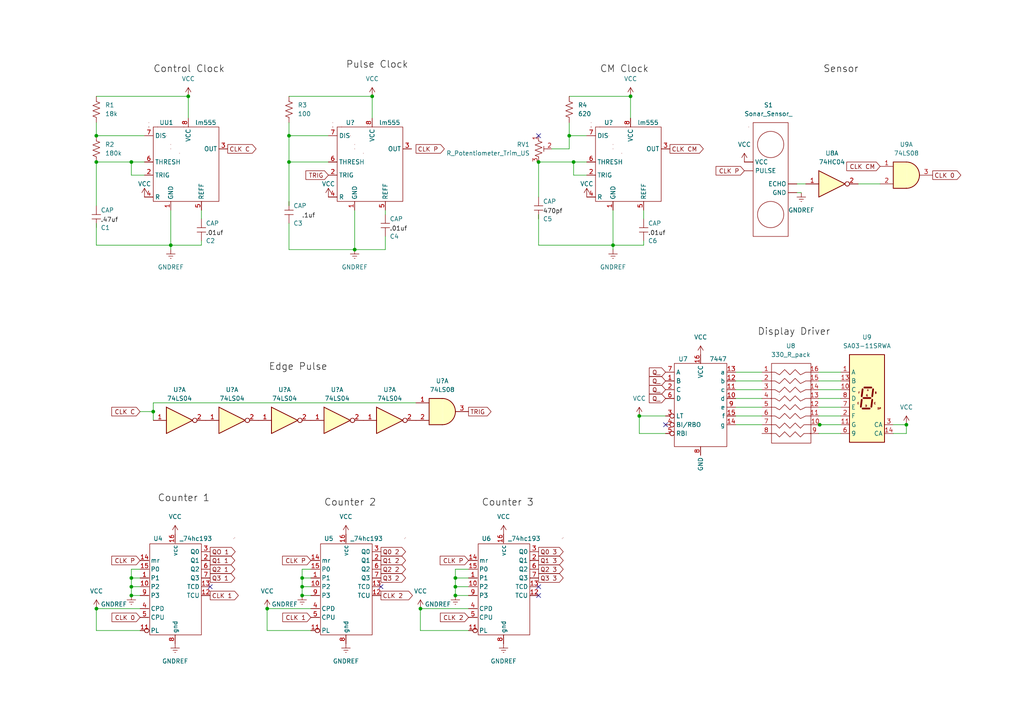
<source format=kicad_sch>
(kicad_sch (version 20211123) (generator eeschema)

  (uuid 0ad68498-36e2-4661-8c43-79445b6d58dd)

  (paper "A4")

  (lib_symbols
    (symbol "74xx:74HC04" (in_bom yes) (on_board yes)
      (property "Reference" "U" (id 0) (at 0 1.27 0)
        (effects (font (size 1.27 1.27)))
      )
      (property "Value" "74HC04" (id 1) (at 0 -1.27 0)
        (effects (font (size 1.27 1.27)))
      )
      (property "Footprint" "" (id 2) (at 0 0 0)
        (effects (font (size 1.27 1.27)) hide)
      )
      (property "Datasheet" "https://assets.nexperia.com/documents/data-sheet/74HC_HCT04.pdf" (id 3) (at 0 0 0)
        (effects (font (size 1.27 1.27)) hide)
      )
      (property "ki_locked" "" (id 4) (at 0 0 0)
        (effects (font (size 1.27 1.27)))
      )
      (property "ki_keywords" "HCMOS not inv" (id 5) (at 0 0 0)
        (effects (font (size 1.27 1.27)) hide)
      )
      (property "ki_description" "Hex Inverter" (id 6) (at 0 0 0)
        (effects (font (size 1.27 1.27)) hide)
      )
      (property "ki_fp_filters" "DIP*W7.62mm* SSOP?14* TSSOP?14*" (id 7) (at 0 0 0)
        (effects (font (size 1.27 1.27)) hide)
      )
      (symbol "74HC04_1_0"
        (polyline
          (pts
            (xy -3.81 3.81)
            (xy -3.81 -3.81)
            (xy 3.81 0)
            (xy -3.81 3.81)
          )
          (stroke (width 0.254) (type default) (color 0 0 0 0))
          (fill (type background))
        )
        (pin input line (at -7.62 0 0) (length 3.81)
          (name "~" (effects (font (size 1.27 1.27))))
          (number "1" (effects (font (size 1.27 1.27))))
        )
        (pin output inverted (at 7.62 0 180) (length 3.81)
          (name "~" (effects (font (size 1.27 1.27))))
          (number "2" (effects (font (size 1.27 1.27))))
        )
      )
      (symbol "74HC04_2_0"
        (polyline
          (pts
            (xy -3.81 3.81)
            (xy -3.81 -3.81)
            (xy 3.81 0)
            (xy -3.81 3.81)
          )
          (stroke (width 0.254) (type default) (color 0 0 0 0))
          (fill (type background))
        )
        (pin input line (at -7.62 0 0) (length 3.81)
          (name "~" (effects (font (size 1.27 1.27))))
          (number "3" (effects (font (size 1.27 1.27))))
        )
        (pin output inverted (at 7.62 0 180) (length 3.81)
          (name "~" (effects (font (size 1.27 1.27))))
          (number "4" (effects (font (size 1.27 1.27))))
        )
      )
      (symbol "74HC04_3_0"
        (polyline
          (pts
            (xy -3.81 3.81)
            (xy -3.81 -3.81)
            (xy 3.81 0)
            (xy -3.81 3.81)
          )
          (stroke (width 0.254) (type default) (color 0 0 0 0))
          (fill (type background))
        )
        (pin input line (at -7.62 0 0) (length 3.81)
          (name "~" (effects (font (size 1.27 1.27))))
          (number "5" (effects (font (size 1.27 1.27))))
        )
        (pin output inverted (at 7.62 0 180) (length 3.81)
          (name "~" (effects (font (size 1.27 1.27))))
          (number "6" (effects (font (size 1.27 1.27))))
        )
      )
      (symbol "74HC04_4_0"
        (polyline
          (pts
            (xy -3.81 3.81)
            (xy -3.81 -3.81)
            (xy 3.81 0)
            (xy -3.81 3.81)
          )
          (stroke (width 0.254) (type default) (color 0 0 0 0))
          (fill (type background))
        )
        (pin output inverted (at 7.62 0 180) (length 3.81)
          (name "~" (effects (font (size 1.27 1.27))))
          (number "8" (effects (font (size 1.27 1.27))))
        )
        (pin input line (at -7.62 0 0) (length 3.81)
          (name "~" (effects (font (size 1.27 1.27))))
          (number "9" (effects (font (size 1.27 1.27))))
        )
      )
      (symbol "74HC04_5_0"
        (polyline
          (pts
            (xy -3.81 3.81)
            (xy -3.81 -3.81)
            (xy 3.81 0)
            (xy -3.81 3.81)
          )
          (stroke (width 0.254) (type default) (color 0 0 0 0))
          (fill (type background))
        )
        (pin output inverted (at 7.62 0 180) (length 3.81)
          (name "~" (effects (font (size 1.27 1.27))))
          (number "10" (effects (font (size 1.27 1.27))))
        )
        (pin input line (at -7.62 0 0) (length 3.81)
          (name "~" (effects (font (size 1.27 1.27))))
          (number "11" (effects (font (size 1.27 1.27))))
        )
      )
      (symbol "74HC04_6_0"
        (polyline
          (pts
            (xy -3.81 3.81)
            (xy -3.81 -3.81)
            (xy 3.81 0)
            (xy -3.81 3.81)
          )
          (stroke (width 0.254) (type default) (color 0 0 0 0))
          (fill (type background))
        )
        (pin output inverted (at 7.62 0 180) (length 3.81)
          (name "~" (effects (font (size 1.27 1.27))))
          (number "12" (effects (font (size 1.27 1.27))))
        )
        (pin input line (at -7.62 0 0) (length 3.81)
          (name "~" (effects (font (size 1.27 1.27))))
          (number "13" (effects (font (size 1.27 1.27))))
        )
      )
      (symbol "74HC04_7_0"
        (pin power_in line (at 0 12.7 270) (length 5.08)
          (name "VCC" (effects (font (size 1.27 1.27))))
          (number "14" (effects (font (size 1.27 1.27))))
        )
        (pin power_in line (at 0 -12.7 90) (length 5.08)
          (name "GND" (effects (font (size 1.27 1.27))))
          (number "7" (effects (font (size 1.27 1.27))))
        )
      )
      (symbol "74HC04_7_1"
        (rectangle (start -5.08 7.62) (end 5.08 -7.62)
          (stroke (width 0.254) (type default) (color 0 0 0 0))
          (fill (type background))
        )
      )
    )
    (symbol "74xx:74LS04" (in_bom yes) (on_board yes)
      (property "Reference" "U" (id 0) (at 0 1.27 0)
        (effects (font (size 1.27 1.27)))
      )
      (property "Value" "74LS04" (id 1) (at 0 -1.27 0)
        (effects (font (size 1.27 1.27)))
      )
      (property "Footprint" "" (id 2) (at 0 0 0)
        (effects (font (size 1.27 1.27)) hide)
      )
      (property "Datasheet" "http://www.ti.com/lit/gpn/sn74LS04" (id 3) (at 0 0 0)
        (effects (font (size 1.27 1.27)) hide)
      )
      (property "ki_locked" "" (id 4) (at 0 0 0)
        (effects (font (size 1.27 1.27)))
      )
      (property "ki_keywords" "TTL not inv" (id 5) (at 0 0 0)
        (effects (font (size 1.27 1.27)) hide)
      )
      (property "ki_description" "Hex Inverter" (id 6) (at 0 0 0)
        (effects (font (size 1.27 1.27)) hide)
      )
      (property "ki_fp_filters" "DIP*W7.62mm* SSOP?14* TSSOP?14*" (id 7) (at 0 0 0)
        (effects (font (size 1.27 1.27)) hide)
      )
      (symbol "74LS04_1_0"
        (polyline
          (pts
            (xy -3.81 3.81)
            (xy -3.81 -3.81)
            (xy 3.81 0)
            (xy -3.81 3.81)
          )
          (stroke (width 0.254) (type default) (color 0 0 0 0))
          (fill (type background))
        )
        (pin input line (at -7.62 0 0) (length 3.81)
          (name "~" (effects (font (size 1.27 1.27))))
          (number "1" (effects (font (size 1.27 1.27))))
        )
        (pin output inverted (at 7.62 0 180) (length 3.81)
          (name "~" (effects (font (size 1.27 1.27))))
          (number "2" (effects (font (size 1.27 1.27))))
        )
      )
      (symbol "74LS04_2_0"
        (polyline
          (pts
            (xy -3.81 3.81)
            (xy -3.81 -3.81)
            (xy 3.81 0)
            (xy -3.81 3.81)
          )
          (stroke (width 0.254) (type default) (color 0 0 0 0))
          (fill (type background))
        )
        (pin input line (at -7.62 0 0) (length 3.81)
          (name "~" (effects (font (size 1.27 1.27))))
          (number "3" (effects (font (size 1.27 1.27))))
        )
        (pin output inverted (at 7.62 0 180) (length 3.81)
          (name "~" (effects (font (size 1.27 1.27))))
          (number "4" (effects (font (size 1.27 1.27))))
        )
      )
      (symbol "74LS04_3_0"
        (polyline
          (pts
            (xy -3.81 3.81)
            (xy -3.81 -3.81)
            (xy 3.81 0)
            (xy -3.81 3.81)
          )
          (stroke (width 0.254) (type default) (color 0 0 0 0))
          (fill (type background))
        )
        (pin input line (at -7.62 0 0) (length 3.81)
          (name "~" (effects (font (size 1.27 1.27))))
          (number "5" (effects (font (size 1.27 1.27))))
        )
        (pin output inverted (at 7.62 0 180) (length 3.81)
          (name "~" (effects (font (size 1.27 1.27))))
          (number "6" (effects (font (size 1.27 1.27))))
        )
      )
      (symbol "74LS04_4_0"
        (polyline
          (pts
            (xy -3.81 3.81)
            (xy -3.81 -3.81)
            (xy 3.81 0)
            (xy -3.81 3.81)
          )
          (stroke (width 0.254) (type default) (color 0 0 0 0))
          (fill (type background))
        )
        (pin output inverted (at 7.62 0 180) (length 3.81)
          (name "~" (effects (font (size 1.27 1.27))))
          (number "8" (effects (font (size 1.27 1.27))))
        )
        (pin input line (at -7.62 0 0) (length 3.81)
          (name "~" (effects (font (size 1.27 1.27))))
          (number "9" (effects (font (size 1.27 1.27))))
        )
      )
      (symbol "74LS04_5_0"
        (polyline
          (pts
            (xy -3.81 3.81)
            (xy -3.81 -3.81)
            (xy 3.81 0)
            (xy -3.81 3.81)
          )
          (stroke (width 0.254) (type default) (color 0 0 0 0))
          (fill (type background))
        )
        (pin output inverted (at 7.62 0 180) (length 3.81)
          (name "~" (effects (font (size 1.27 1.27))))
          (number "10" (effects (font (size 1.27 1.27))))
        )
        (pin input line (at -7.62 0 0) (length 3.81)
          (name "~" (effects (font (size 1.27 1.27))))
          (number "11" (effects (font (size 1.27 1.27))))
        )
      )
      (symbol "74LS04_6_0"
        (polyline
          (pts
            (xy -3.81 3.81)
            (xy -3.81 -3.81)
            (xy 3.81 0)
            (xy -3.81 3.81)
          )
          (stroke (width 0.254) (type default) (color 0 0 0 0))
          (fill (type background))
        )
        (pin output inverted (at 7.62 0 180) (length 3.81)
          (name "~" (effects (font (size 1.27 1.27))))
          (number "12" (effects (font (size 1.27 1.27))))
        )
        (pin input line (at -7.62 0 0) (length 3.81)
          (name "~" (effects (font (size 1.27 1.27))))
          (number "13" (effects (font (size 1.27 1.27))))
        )
      )
      (symbol "74LS04_7_0"
        (pin power_in line (at 0 12.7 270) (length 5.08)
          (name "VCC" (effects (font (size 1.27 1.27))))
          (number "14" (effects (font (size 1.27 1.27))))
        )
        (pin power_in line (at 0 -12.7 90) (length 5.08)
          (name "GND" (effects (font (size 1.27 1.27))))
          (number "7" (effects (font (size 1.27 1.27))))
        )
      )
      (symbol "74LS04_7_1"
        (rectangle (start -5.08 7.62) (end 5.08 -7.62)
          (stroke (width 0.254) (type default) (color 0 0 0 0))
          (fill (type background))
        )
      )
    )
    (symbol "74xx:74LS08" (pin_names (offset 1.016)) (in_bom yes) (on_board yes)
      (property "Reference" "U" (id 0) (at 0 1.27 0)
        (effects (font (size 1.27 1.27)))
      )
      (property "Value" "74LS08" (id 1) (at 0 -1.27 0)
        (effects (font (size 1.27 1.27)))
      )
      (property "Footprint" "" (id 2) (at 0 0 0)
        (effects (font (size 1.27 1.27)) hide)
      )
      (property "Datasheet" "http://www.ti.com/lit/gpn/sn74LS08" (id 3) (at 0 0 0)
        (effects (font (size 1.27 1.27)) hide)
      )
      (property "ki_locked" "" (id 4) (at 0 0 0)
        (effects (font (size 1.27 1.27)))
      )
      (property "ki_keywords" "TTL and2" (id 5) (at 0 0 0)
        (effects (font (size 1.27 1.27)) hide)
      )
      (property "ki_description" "Quad And2" (id 6) (at 0 0 0)
        (effects (font (size 1.27 1.27)) hide)
      )
      (property "ki_fp_filters" "DIP*W7.62mm*" (id 7) (at 0 0 0)
        (effects (font (size 1.27 1.27)) hide)
      )
      (symbol "74LS08_1_1"
        (arc (start 0 -3.81) (mid 3.81 0) (end 0 3.81)
          (stroke (width 0.254) (type default) (color 0 0 0 0))
          (fill (type background))
        )
        (polyline
          (pts
            (xy 0 3.81)
            (xy -3.81 3.81)
            (xy -3.81 -3.81)
            (xy 0 -3.81)
          )
          (stroke (width 0.254) (type default) (color 0 0 0 0))
          (fill (type background))
        )
        (pin input line (at -7.62 2.54 0) (length 3.81)
          (name "~" (effects (font (size 1.27 1.27))))
          (number "1" (effects (font (size 1.27 1.27))))
        )
        (pin input line (at -7.62 -2.54 0) (length 3.81)
          (name "~" (effects (font (size 1.27 1.27))))
          (number "2" (effects (font (size 1.27 1.27))))
        )
        (pin output line (at 7.62 0 180) (length 3.81)
          (name "~" (effects (font (size 1.27 1.27))))
          (number "3" (effects (font (size 1.27 1.27))))
        )
      )
      (symbol "74LS08_1_2"
        (arc (start -3.81 -3.81) (mid -2.589 0) (end -3.81 3.81)
          (stroke (width 0.254) (type default) (color 0 0 0 0))
          (fill (type none))
        )
        (arc (start -0.6096 -3.81) (mid 2.1855 -2.584) (end 3.81 0)
          (stroke (width 0.254) (type default) (color 0 0 0 0))
          (fill (type background))
        )
        (polyline
          (pts
            (xy -3.81 -3.81)
            (xy -0.635 -3.81)
          )
          (stroke (width 0.254) (type default) (color 0 0 0 0))
          (fill (type background))
        )
        (polyline
          (pts
            (xy -3.81 3.81)
            (xy -0.635 3.81)
          )
          (stroke (width 0.254) (type default) (color 0 0 0 0))
          (fill (type background))
        )
        (polyline
          (pts
            (xy -0.635 3.81)
            (xy -3.81 3.81)
            (xy -3.81 3.81)
            (xy -3.556 3.4036)
            (xy -3.0226 2.2606)
            (xy -2.6924 1.0414)
            (xy -2.6162 -0.254)
            (xy -2.7686 -1.4986)
            (xy -3.175 -2.7178)
            (xy -3.81 -3.81)
            (xy -3.81 -3.81)
            (xy -0.635 -3.81)
          )
          (stroke (width -25.4) (type default) (color 0 0 0 0))
          (fill (type background))
        )
        (arc (start 3.81 0) (mid 2.1928 2.5925) (end -0.6096 3.81)
          (stroke (width 0.254) (type default) (color 0 0 0 0))
          (fill (type background))
        )
        (pin input inverted (at -7.62 2.54 0) (length 4.318)
          (name "~" (effects (font (size 1.27 1.27))))
          (number "1" (effects (font (size 1.27 1.27))))
        )
        (pin input inverted (at -7.62 -2.54 0) (length 4.318)
          (name "~" (effects (font (size 1.27 1.27))))
          (number "2" (effects (font (size 1.27 1.27))))
        )
        (pin output inverted (at 7.62 0 180) (length 3.81)
          (name "~" (effects (font (size 1.27 1.27))))
          (number "3" (effects (font (size 1.27 1.27))))
        )
      )
      (symbol "74LS08_2_1"
        (arc (start 0 -3.81) (mid 3.81 0) (end 0 3.81)
          (stroke (width 0.254) (type default) (color 0 0 0 0))
          (fill (type background))
        )
        (polyline
          (pts
            (xy 0 3.81)
            (xy -3.81 3.81)
            (xy -3.81 -3.81)
            (xy 0 -3.81)
          )
          (stroke (width 0.254) (type default) (color 0 0 0 0))
          (fill (type background))
        )
        (pin input line (at -7.62 2.54 0) (length 3.81)
          (name "~" (effects (font (size 1.27 1.27))))
          (number "4" (effects (font (size 1.27 1.27))))
        )
        (pin input line (at -7.62 -2.54 0) (length 3.81)
          (name "~" (effects (font (size 1.27 1.27))))
          (number "5" (effects (font (size 1.27 1.27))))
        )
        (pin output line (at 7.62 0 180) (length 3.81)
          (name "~" (effects (font (size 1.27 1.27))))
          (number "6" (effects (font (size 1.27 1.27))))
        )
      )
      (symbol "74LS08_2_2"
        (arc (start -3.81 -3.81) (mid -2.589 0) (end -3.81 3.81)
          (stroke (width 0.254) (type default) (color 0 0 0 0))
          (fill (type none))
        )
        (arc (start -0.6096 -3.81) (mid 2.1855 -2.584) (end 3.81 0)
          (stroke (width 0.254) (type default) (color 0 0 0 0))
          (fill (type background))
        )
        (polyline
          (pts
            (xy -3.81 -3.81)
            (xy -0.635 -3.81)
          )
          (stroke (width 0.254) (type default) (color 0 0 0 0))
          (fill (type background))
        )
        (polyline
          (pts
            (xy -3.81 3.81)
            (xy -0.635 3.81)
          )
          (stroke (width 0.254) (type default) (color 0 0 0 0))
          (fill (type background))
        )
        (polyline
          (pts
            (xy -0.635 3.81)
            (xy -3.81 3.81)
            (xy -3.81 3.81)
            (xy -3.556 3.4036)
            (xy -3.0226 2.2606)
            (xy -2.6924 1.0414)
            (xy -2.6162 -0.254)
            (xy -2.7686 -1.4986)
            (xy -3.175 -2.7178)
            (xy -3.81 -3.81)
            (xy -3.81 -3.81)
            (xy -0.635 -3.81)
          )
          (stroke (width -25.4) (type default) (color 0 0 0 0))
          (fill (type background))
        )
        (arc (start 3.81 0) (mid 2.1928 2.5925) (end -0.6096 3.81)
          (stroke (width 0.254) (type default) (color 0 0 0 0))
          (fill (type background))
        )
        (pin input inverted (at -7.62 2.54 0) (length 4.318)
          (name "~" (effects (font (size 1.27 1.27))))
          (number "4" (effects (font (size 1.27 1.27))))
        )
        (pin input inverted (at -7.62 -2.54 0) (length 4.318)
          (name "~" (effects (font (size 1.27 1.27))))
          (number "5" (effects (font (size 1.27 1.27))))
        )
        (pin output inverted (at 7.62 0 180) (length 3.81)
          (name "~" (effects (font (size 1.27 1.27))))
          (number "6" (effects (font (size 1.27 1.27))))
        )
      )
      (symbol "74LS08_3_1"
        (arc (start 0 -3.81) (mid 3.81 0) (end 0 3.81)
          (stroke (width 0.254) (type default) (color 0 0 0 0))
          (fill (type background))
        )
        (polyline
          (pts
            (xy 0 3.81)
            (xy -3.81 3.81)
            (xy -3.81 -3.81)
            (xy 0 -3.81)
          )
          (stroke (width 0.254) (type default) (color 0 0 0 0))
          (fill (type background))
        )
        (pin input line (at -7.62 -2.54 0) (length 3.81)
          (name "~" (effects (font (size 1.27 1.27))))
          (number "10" (effects (font (size 1.27 1.27))))
        )
        (pin output line (at 7.62 0 180) (length 3.81)
          (name "~" (effects (font (size 1.27 1.27))))
          (number "8" (effects (font (size 1.27 1.27))))
        )
        (pin input line (at -7.62 2.54 0) (length 3.81)
          (name "~" (effects (font (size 1.27 1.27))))
          (number "9" (effects (font (size 1.27 1.27))))
        )
      )
      (symbol "74LS08_3_2"
        (arc (start -3.81 -3.81) (mid -2.589 0) (end -3.81 3.81)
          (stroke (width 0.254) (type default) (color 0 0 0 0))
          (fill (type none))
        )
        (arc (start -0.6096 -3.81) (mid 2.1855 -2.584) (end 3.81 0)
          (stroke (width 0.254) (type default) (color 0 0 0 0))
          (fill (type background))
        )
        (polyline
          (pts
            (xy -3.81 -3.81)
            (xy -0.635 -3.81)
          )
          (stroke (width 0.254) (type default) (color 0 0 0 0))
          (fill (type background))
        )
        (polyline
          (pts
            (xy -3.81 3.81)
            (xy -0.635 3.81)
          )
          (stroke (width 0.254) (type default) (color 0 0 0 0))
          (fill (type background))
        )
        (polyline
          (pts
            (xy -0.635 3.81)
            (xy -3.81 3.81)
            (xy -3.81 3.81)
            (xy -3.556 3.4036)
            (xy -3.0226 2.2606)
            (xy -2.6924 1.0414)
            (xy -2.6162 -0.254)
            (xy -2.7686 -1.4986)
            (xy -3.175 -2.7178)
            (xy -3.81 -3.81)
            (xy -3.81 -3.81)
            (xy -0.635 -3.81)
          )
          (stroke (width -25.4) (type default) (color 0 0 0 0))
          (fill (type background))
        )
        (arc (start 3.81 0) (mid 2.1928 2.5925) (end -0.6096 3.81)
          (stroke (width 0.254) (type default) (color 0 0 0 0))
          (fill (type background))
        )
        (pin input inverted (at -7.62 -2.54 0) (length 4.318)
          (name "~" (effects (font (size 1.27 1.27))))
          (number "10" (effects (font (size 1.27 1.27))))
        )
        (pin output inverted (at 7.62 0 180) (length 3.81)
          (name "~" (effects (font (size 1.27 1.27))))
          (number "8" (effects (font (size 1.27 1.27))))
        )
        (pin input inverted (at -7.62 2.54 0) (length 4.318)
          (name "~" (effects (font (size 1.27 1.27))))
          (number "9" (effects (font (size 1.27 1.27))))
        )
      )
      (symbol "74LS08_4_1"
        (arc (start 0 -3.81) (mid 3.81 0) (end 0 3.81)
          (stroke (width 0.254) (type default) (color 0 0 0 0))
          (fill (type background))
        )
        (polyline
          (pts
            (xy 0 3.81)
            (xy -3.81 3.81)
            (xy -3.81 -3.81)
            (xy 0 -3.81)
          )
          (stroke (width 0.254) (type default) (color 0 0 0 0))
          (fill (type background))
        )
        (pin output line (at 7.62 0 180) (length 3.81)
          (name "~" (effects (font (size 1.27 1.27))))
          (number "11" (effects (font (size 1.27 1.27))))
        )
        (pin input line (at -7.62 2.54 0) (length 3.81)
          (name "~" (effects (font (size 1.27 1.27))))
          (number "12" (effects (font (size 1.27 1.27))))
        )
        (pin input line (at -7.62 -2.54 0) (length 3.81)
          (name "~" (effects (font (size 1.27 1.27))))
          (number "13" (effects (font (size 1.27 1.27))))
        )
      )
      (symbol "74LS08_4_2"
        (arc (start -3.81 -3.81) (mid -2.589 0) (end -3.81 3.81)
          (stroke (width 0.254) (type default) (color 0 0 0 0))
          (fill (type none))
        )
        (arc (start -0.6096 -3.81) (mid 2.1855 -2.584) (end 3.81 0)
          (stroke (width 0.254) (type default) (color 0 0 0 0))
          (fill (type background))
        )
        (polyline
          (pts
            (xy -3.81 -3.81)
            (xy -0.635 -3.81)
          )
          (stroke (width 0.254) (type default) (color 0 0 0 0))
          (fill (type background))
        )
        (polyline
          (pts
            (xy -3.81 3.81)
            (xy -0.635 3.81)
          )
          (stroke (width 0.254) (type default) (color 0 0 0 0))
          (fill (type background))
        )
        (polyline
          (pts
            (xy -0.635 3.81)
            (xy -3.81 3.81)
            (xy -3.81 3.81)
            (xy -3.556 3.4036)
            (xy -3.0226 2.2606)
            (xy -2.6924 1.0414)
            (xy -2.6162 -0.254)
            (xy -2.7686 -1.4986)
            (xy -3.175 -2.7178)
            (xy -3.81 -3.81)
            (xy -3.81 -3.81)
            (xy -0.635 -3.81)
          )
          (stroke (width -25.4) (type default) (color 0 0 0 0))
          (fill (type background))
        )
        (arc (start 3.81 0) (mid 2.1928 2.5925) (end -0.6096 3.81)
          (stroke (width 0.254) (type default) (color 0 0 0 0))
          (fill (type background))
        )
        (pin output inverted (at 7.62 0 180) (length 3.81)
          (name "~" (effects (font (size 1.27 1.27))))
          (number "11" (effects (font (size 1.27 1.27))))
        )
        (pin input inverted (at -7.62 2.54 0) (length 4.318)
          (name "~" (effects (font (size 1.27 1.27))))
          (number "12" (effects (font (size 1.27 1.27))))
        )
        (pin input inverted (at -7.62 -2.54 0) (length 4.318)
          (name "~" (effects (font (size 1.27 1.27))))
          (number "13" (effects (font (size 1.27 1.27))))
        )
      )
      (symbol "74LS08_5_0"
        (pin power_in line (at 0 12.7 270) (length 5.08)
          (name "VCC" (effects (font (size 1.27 1.27))))
          (number "14" (effects (font (size 1.27 1.27))))
        )
        (pin power_in line (at 0 -12.7 90) (length 5.08)
          (name "GND" (effects (font (size 1.27 1.27))))
          (number "7" (effects (font (size 1.27 1.27))))
        )
      )
      (symbol "74LS08_5_1"
        (rectangle (start -5.08 7.62) (end 5.08 -7.62)
          (stroke (width 0.254) (type default) (color 0 0 0 0))
          (fill (type background))
        )
      )
    )
    (symbol "CAP_1" (in_bom yes) (on_board yes)
      (property "Reference" "C3" (id 0) (at -2.54 -6.35 0)
        (effects (font (size 1.27 1.27)) (justify left))
      )
      (property "Value" "CAP" (id 1) (at -2.54 -1.27 0)
        (effects (font (size 1.27 1.27)) (justify left))
      )
      (property "Footprint" "" (id 2) (at 6.35 3.81 0)
        (effects (font (size 1.27 1.27)) hide)
      )
      (property "Datasheet" "" (id 3) (at 6.35 3.81 0)
        (effects (font (size 1.27 1.27)) hide)
      )
      (symbol "CAP_1_0_1"
        (polyline
          (pts
            (xy -5.08 -3.81)
            (xy -2.54 -3.81)
          )
          (stroke (width 0) (type default) (color 0 0 0 0))
          (fill (type none))
        )
        (polyline
          (pts
            (xy -5.08 -2.54)
            (xy -2.54 -2.54)
          )
          (stroke (width 0) (type default) (color 0 0 0 0))
          (fill (type none))
        )
        (polyline
          (pts
            (xy -3.81 -3.81)
            (xy -3.81 -6.35)
          )
          (stroke (width 0) (type default) (color 0 0 0 0))
          (fill (type none))
        )
        (polyline
          (pts
            (xy -3.81 -2.54)
            (xy -3.81 0)
          )
          (stroke (width 0) (type default) (color 0 0 0 0))
          (fill (type none))
        )
      )
    )
    (symbol "Device:R_Potentiometer_Trim_US" (pin_names (offset 1.016) hide) (in_bom yes) (on_board yes)
      (property "Reference" "RV" (id 0) (at -4.445 0 90)
        (effects (font (size 1.27 1.27)))
      )
      (property "Value" "R_Potentiometer_Trim_US" (id 1) (at -2.54 0 90)
        (effects (font (size 1.27 1.27)))
      )
      (property "Footprint" "" (id 2) (at 0 0 0)
        (effects (font (size 1.27 1.27)) hide)
      )
      (property "Datasheet" "~" (id 3) (at 0 0 0)
        (effects (font (size 1.27 1.27)) hide)
      )
      (property "ki_keywords" "resistor variable trimpot trimmer" (id 4) (at 0 0 0)
        (effects (font (size 1.27 1.27)) hide)
      )
      (property "ki_description" "Trim-potentiometer, US symbol" (id 5) (at 0 0 0)
        (effects (font (size 1.27 1.27)) hide)
      )
      (property "ki_fp_filters" "Potentiometer*" (id 6) (at 0 0 0)
        (effects (font (size 1.27 1.27)) hide)
      )
      (symbol "R_Potentiometer_Trim_US_0_1"
        (polyline
          (pts
            (xy 0 -2.286)
            (xy 0 -2.54)
          )
          (stroke (width 0) (type default) (color 0 0 0 0))
          (fill (type none))
        )
        (polyline
          (pts
            (xy 0 2.286)
            (xy 0 2.54)
          )
          (stroke (width 0) (type default) (color 0 0 0 0))
          (fill (type none))
        )
        (polyline
          (pts
            (xy 1.524 0.762)
            (xy 1.524 -0.762)
          )
          (stroke (width 0) (type default) (color 0 0 0 0))
          (fill (type none))
        )
        (polyline
          (pts
            (xy 2.54 0)
            (xy 1.524 0)
          )
          (stroke (width 0) (type default) (color 0 0 0 0))
          (fill (type none))
        )
        (polyline
          (pts
            (xy 0 -0.762)
            (xy 1.016 -1.143)
            (xy 0 -1.524)
            (xy -1.016 -1.905)
            (xy 0 -2.286)
          )
          (stroke (width 0) (type default) (color 0 0 0 0))
          (fill (type none))
        )
        (polyline
          (pts
            (xy 0 0.762)
            (xy 1.016 0.381)
            (xy 0 0)
            (xy -1.016 -0.381)
            (xy 0 -0.762)
          )
          (stroke (width 0) (type default) (color 0 0 0 0))
          (fill (type none))
        )
        (polyline
          (pts
            (xy 0 2.286)
            (xy 1.016 1.905)
            (xy 0 1.524)
            (xy -1.016 1.143)
            (xy 0 0.762)
          )
          (stroke (width 0) (type default) (color 0 0 0 0))
          (fill (type none))
        )
      )
      (symbol "R_Potentiometer_Trim_US_1_1"
        (pin passive line (at 0 3.81 270) (length 1.27)
          (name "1" (effects (font (size 1.27 1.27))))
          (number "1" (effects (font (size 1.27 1.27))))
        )
        (pin passive line (at 3.81 0 180) (length 1.27)
          (name "2" (effects (font (size 1.27 1.27))))
          (number "2" (effects (font (size 1.27 1.27))))
        )
        (pin passive line (at 0 -3.81 90) (length 1.27)
          (name "3" (effects (font (size 1.27 1.27))))
          (number "3" (effects (font (size 1.27 1.27))))
        )
      )
    )
    (symbol "Device:R_US" (pin_numbers hide) (pin_names (offset 0)) (in_bom yes) (on_board yes)
      (property "Reference" "R" (id 0) (at 2.54 0 90)
        (effects (font (size 1.27 1.27)))
      )
      (property "Value" "R_US" (id 1) (at -2.54 0 90)
        (effects (font (size 1.27 1.27)))
      )
      (property "Footprint" "" (id 2) (at 1.016 -0.254 90)
        (effects (font (size 1.27 1.27)) hide)
      )
      (property "Datasheet" "~" (id 3) (at 0 0 0)
        (effects (font (size 1.27 1.27)) hide)
      )
      (property "ki_keywords" "R res resistor" (id 4) (at 0 0 0)
        (effects (font (size 1.27 1.27)) hide)
      )
      (property "ki_description" "Resistor, US symbol" (id 5) (at 0 0 0)
        (effects (font (size 1.27 1.27)) hide)
      )
      (property "ki_fp_filters" "R_*" (id 6) (at 0 0 0)
        (effects (font (size 1.27 1.27)) hide)
      )
      (symbol "R_US_0_1"
        (polyline
          (pts
            (xy 0 -2.286)
            (xy 0 -2.54)
          )
          (stroke (width 0) (type default) (color 0 0 0 0))
          (fill (type none))
        )
        (polyline
          (pts
            (xy 0 2.286)
            (xy 0 2.54)
          )
          (stroke (width 0) (type default) (color 0 0 0 0))
          (fill (type none))
        )
        (polyline
          (pts
            (xy 0 -0.762)
            (xy 1.016 -1.143)
            (xy 0 -1.524)
            (xy -1.016 -1.905)
            (xy 0 -2.286)
          )
          (stroke (width 0) (type default) (color 0 0 0 0))
          (fill (type none))
        )
        (polyline
          (pts
            (xy 0 0.762)
            (xy 1.016 0.381)
            (xy 0 0)
            (xy -1.016 -0.381)
            (xy 0 -0.762)
          )
          (stroke (width 0) (type default) (color 0 0 0 0))
          (fill (type none))
        )
        (polyline
          (pts
            (xy 0 2.286)
            (xy 1.016 1.905)
            (xy 0 1.524)
            (xy -1.016 1.143)
            (xy 0 0.762)
          )
          (stroke (width 0) (type default) (color 0 0 0 0))
          (fill (type none))
        )
      )
      (symbol "R_US_1_1"
        (pin passive line (at 0 3.81 270) (length 1.27)
          (name "~" (effects (font (size 1.27 1.27))))
          (number "1" (effects (font (size 1.27 1.27))))
        )
        (pin passive line (at 0 -3.81 90) (length 1.27)
          (name "~" (effects (font (size 1.27 1.27))))
          (number "2" (effects (font (size 1.27 1.27))))
        )
      )
    )
    (symbol "Display_Character:SA39-11SRWA" (in_bom yes) (on_board yes)
      (property "Reference" "U?" (id 0) (at 0 17.78 0)
        (effects (font (size 1.27 1.27)))
      )
      (property "Value" "SA03-11SRWA" (id 1) (at 0 15.24 0)
        (effects (font (size 1.27 1.27)))
      )
      (property "Footprint" "" (id 2) (at 0 -13.97 0)
        (effects (font (size 1.27 1.27)) hide)
      )
      (property "Datasheet" "" (id 3) (at 0 0 0)
        (effects (font (size 1.27 1.27)) hide)
      )
      (property "ki_keywords" "display LED 7-segment" (id 4) (at 0 0 0)
        (effects (font (size 1.27 1.27)) hide)
      )
      (property "ki_description" "Single digit 7 segment display, super bright red, common anode" (id 5) (at 0 0 0)
        (effects (font (size 1.27 1.27)) hide)
      )
      (property "ki_fp_filters" "S?39?1*" (id 6) (at 0 0 0)
        (effects (font (size 1.27 1.27)) hide)
      )
      (symbol "SA39-11SRWA_1_0"
        (text "A" (at 0.254 2.413 0)
          (effects (font (size 0.508 0.508)))
        )
        (text "B" (at 2.54 1.651 0)
          (effects (font (size 0.508 0.508)))
        )
        (text "C" (at 2.286 -1.397 0)
          (effects (font (size 0.508 0.508)))
        )
        (text "D" (at -0.254 -2.159 0)
          (effects (font (size 0.508 0.508)))
        )
        (text "DP" (at 3.556 -2.921 0)
          (effects (font (size 0.508 0.508)))
        )
        (text "E" (at -2.54 -1.397 0)
          (effects (font (size 0.508 0.508)))
        )
        (text "F" (at -2.286 1.651 0)
          (effects (font (size 0.508 0.508)))
        )
        (text "G" (at 0 0.889 0)
          (effects (font (size 0.508 0.508)))
        )
      )
      (symbol "SA39-11SRWA_1_1"
        (rectangle (start -5.08 12.7) (end 5.08 -12.7)
          (stroke (width 0.254) (type default) (color 0 0 0 0))
          (fill (type background))
        )
        (polyline
          (pts
            (xy -1.524 -0.381)
            (xy -1.778 -2.413)
          )
          (stroke (width 0.508) (type default) (color 0 0 0 0))
          (fill (type none))
        )
        (polyline
          (pts
            (xy -1.27 -2.921)
            (xy 0.762 -2.921)
          )
          (stroke (width 0.508) (type default) (color 0 0 0 0))
          (fill (type none))
        )
        (polyline
          (pts
            (xy -1.27 2.667)
            (xy -1.524 0.635)
          )
          (stroke (width 0.508) (type default) (color 0 0 0 0))
          (fill (type none))
        )
        (polyline
          (pts
            (xy -1.016 0.127)
            (xy 1.016 0.127)
          )
          (stroke (width 0.508) (type default) (color 0 0 0 0))
          (fill (type none))
        )
        (polyline
          (pts
            (xy -0.762 3.175)
            (xy 1.27 3.175)
          )
          (stroke (width 0.508) (type default) (color 0 0 0 0))
          (fill (type none))
        )
        (polyline
          (pts
            (xy 1.524 -0.381)
            (xy 1.27 -2.413)
          )
          (stroke (width 0.508) (type default) (color 0 0 0 0))
          (fill (type none))
        )
        (polyline
          (pts
            (xy 1.778 2.667)
            (xy 1.524 0.635)
          )
          (stroke (width 0.508) (type default) (color 0 0 0 0))
          (fill (type none))
        )
        (polyline
          (pts
            (xy 2.54 -2.921)
            (xy 2.54 -2.921)
          )
          (stroke (width 0.508) (type default) (color 0 0 0 0))
          (fill (type none))
        )
        (pin input line (at -7.62 7.62 0) (length 2.54)
          (name "A" (effects (font (size 1.27 1.27))))
          (number "1" (effects (font (size 1.27 1.27))))
        )
        (pin input line (at -7.62 2.54 0) (length 2.54)
          (name "C" (effects (font (size 1.27 1.27))))
          (number "10" (effects (font (size 1.27 1.27))))
        )
        (pin input line (at -7.62 -7.62 0) (length 2.54)
          (name "G" (effects (font (size 1.27 1.27))))
          (number "11" (effects (font (size 1.27 1.27))))
        )
        (pin input line (at -7.62 5.08 0) (length 2.54)
          (name "B" (effects (font (size 1.27 1.27))))
          (number "13" (effects (font (size 1.27 1.27))))
        )
        (pin input line (at 7.62 -10.16 180) (length 2.54)
          (name "CA" (effects (font (size 1.27 1.27))))
          (number "14" (effects (font (size 1.27 1.27))))
        )
        (pin input line (at -7.62 -5.08 0) (length 2.54)
          (name "F" (effects (font (size 1.27 1.27))))
          (number "2" (effects (font (size 1.27 1.27))))
        )
        (pin input line (at 7.62 -7.62 180) (length 2.54)
          (name "CA" (effects (font (size 1.27 1.27))))
          (number "3" (effects (font (size 1.27 1.27))))
        )
        (pin input line (at -7.62 -10.16 0) (length 2.54)
          (name "9" (effects (font (size 1.27 1.27))))
          (number "6" (effects (font (size 1.27 1.27))))
        )
        (pin input line (at -7.62 -2.54 0) (length 2.54)
          (name "E" (effects (font (size 1.27 1.27))))
          (number "7" (effects (font (size 1.27 1.27))))
        )
        (pin input line (at -7.62 0 0) (length 2.54)
          (name "D" (effects (font (size 1.27 1.27))))
          (number "8" (effects (font (size 1.27 1.27))))
        )
      )
    )
    (symbol "power:GNDREF" (power) (pin_names (offset 0)) (in_bom yes) (on_board yes)
      (property "Reference" "#PWR" (id 0) (at 0 -6.35 0)
        (effects (font (size 1.27 1.27)) hide)
      )
      (property "Value" "GNDREF" (id 1) (at 0 -3.81 0)
        (effects (font (size 1.27 1.27)))
      )
      (property "Footprint" "" (id 2) (at 0 0 0)
        (effects (font (size 1.27 1.27)) hide)
      )
      (property "Datasheet" "" (id 3) (at 0 0 0)
        (effects (font (size 1.27 1.27)) hide)
      )
      (property "ki_keywords" "power-flag" (id 4) (at 0 0 0)
        (effects (font (size 1.27 1.27)) hide)
      )
      (property "ki_description" "Power symbol creates a global label with name \"GNDREF\" , reference supply ground" (id 5) (at 0 0 0)
        (effects (font (size 1.27 1.27)) hide)
      )
      (symbol "GNDREF_0_1"
        (polyline
          (pts
            (xy -0.635 -1.905)
            (xy 0.635 -1.905)
          )
          (stroke (width 0) (type default) (color 0 0 0 0))
          (fill (type none))
        )
        (polyline
          (pts
            (xy -0.127 -2.54)
            (xy 0.127 -2.54)
          )
          (stroke (width 0) (type default) (color 0 0 0 0))
          (fill (type none))
        )
        (polyline
          (pts
            (xy 0 -1.27)
            (xy 0 0)
          )
          (stroke (width 0) (type default) (color 0 0 0 0))
          (fill (type none))
        )
        (polyline
          (pts
            (xy 1.27 -1.27)
            (xy -1.27 -1.27)
          )
          (stroke (width 0) (type default) (color 0 0 0 0))
          (fill (type none))
        )
      )
      (symbol "GNDREF_1_1"
        (pin power_in line (at 0 0 270) (length 0) hide
          (name "GNDREF" (effects (font (size 1.27 1.27))))
          (number "1" (effects (font (size 1.27 1.27))))
        )
      )
    )
    (symbol "power:VCC" (power) (pin_names (offset 0)) (in_bom yes) (on_board yes)
      (property "Reference" "#PWR" (id 0) (at 0 -3.81 0)
        (effects (font (size 1.27 1.27)) hide)
      )
      (property "Value" "VCC" (id 1) (at 0 3.81 0)
        (effects (font (size 1.27 1.27)))
      )
      (property "Footprint" "" (id 2) (at 0 0 0)
        (effects (font (size 1.27 1.27)) hide)
      )
      (property "Datasheet" "" (id 3) (at 0 0 0)
        (effects (font (size 1.27 1.27)) hide)
      )
      (property "ki_keywords" "power-flag" (id 4) (at 0 0 0)
        (effects (font (size 1.27 1.27)) hide)
      )
      (property "ki_description" "Power symbol creates a global label with name \"VCC\"" (id 5) (at 0 0 0)
        (effects (font (size 1.27 1.27)) hide)
      )
      (symbol "VCC_0_1"
        (polyline
          (pts
            (xy -0.762 1.27)
            (xy 0 2.54)
          )
          (stroke (width 0) (type default) (color 0 0 0 0))
          (fill (type none))
        )
        (polyline
          (pts
            (xy 0 0)
            (xy 0 2.54)
          )
          (stroke (width 0) (type default) (color 0 0 0 0))
          (fill (type none))
        )
        (polyline
          (pts
            (xy 0 2.54)
            (xy 0.762 1.27)
          )
          (stroke (width 0) (type default) (color 0 0 0 0))
          (fill (type none))
        )
      )
      (symbol "VCC_1_1"
        (pin power_in line (at 0 0 90) (length 0) hide
          (name "VCC" (effects (font (size 1.27 1.27))))
          (number "1" (effects (font (size 1.27 1.27))))
        )
      )
    )
    (symbol "sem 2 project 74xxx:330_R_pack" (in_bom yes) (on_board yes)
      (property "Reference" "U" (id 0) (at 0 -1.524 0)
        (effects (font (size 1.27 1.27)))
      )
      (property "Value" "330_R_pack" (id 1) (at -0.254 -3.556 0)
        (effects (font (size 1.27 1.27)))
      )
      (property "Footprint" "" (id 2) (at 0 0 0)
        (effects (font (size 1.27 1.27)) hide)
      )
      (property "Datasheet" "" (id 3) (at 0 0 0)
        (effects (font (size 1.27 1.27)) hide)
      )
      (symbol "330_R_pack_0_1"
        (rectangle (start -3.81 -11.43) (end -3.81 -11.43)
          (stroke (width 0) (type default) (color 0 0 0 0))
          (fill (type none))
        )
        (polyline
          (pts
            (xy -6.35 -22.86)
            (xy -4.826 -22.86)
            (xy -3.81 -23.876)
            (xy -2.286 -22.352)
            (xy -0.762 -23.876)
            (xy 0.762 -22.352)
            (xy 2.286 -23.876)
            (xy 3.302 -22.86)
            (xy 5.334 -22.86)
          )
          (stroke (width 0) (type default) (color 0 0 0 0))
          (fill (type none))
        )
        (polyline
          (pts
            (xy -6.35 -20.32)
            (xy -4.826 -20.32)
            (xy -3.81 -21.336)
            (xy -2.286 -19.812)
            (xy -0.762 -21.336)
            (xy 0.762 -19.812)
            (xy 2.286 -21.336)
            (xy 3.302 -20.32)
            (xy 5.334 -20.32)
          )
          (stroke (width 0) (type default) (color 0 0 0 0))
          (fill (type none))
        )
        (polyline
          (pts
            (xy -6.35 -17.78)
            (xy -5.08 -17.78)
            (xy -3.81 -18.542)
            (xy -2.286 -17.018)
            (xy -0.762 -18.542)
            (xy 0.762 -17.018)
            (xy 2.286 -18.542)
            (xy 3.81 -17.78)
            (xy 5.08 -17.78)
          )
          (stroke (width 0) (type default) (color 0 0 0 0))
          (fill (type none))
        )
        (polyline
          (pts
            (xy -6.35 -15.24)
            (xy -5.08 -15.24)
            (xy -3.81 -16.002)
            (xy -2.286 -14.478)
            (xy -0.762 -16.002)
            (xy 0.762 -14.478)
            (xy 2.286 -16.002)
            (xy 3.81 -15.24)
            (xy 5.08 -15.24)
          )
          (stroke (width 0) (type default) (color 0 0 0 0))
          (fill (type none))
        )
        (polyline
          (pts
            (xy -6.35 -12.7)
            (xy -5.08 -12.7)
            (xy -3.81 -13.462)
            (xy -2.286 -11.938)
            (xy -0.762 -13.462)
            (xy 0.762 -11.938)
            (xy 2.286 -13.462)
            (xy 3.81 -12.7)
            (xy 5.08 -12.7)
          )
          (stroke (width 0) (type default) (color 0 0 0 0))
          (fill (type none))
        )
        (polyline
          (pts
            (xy -6.35 -10.16)
            (xy -5.08 -10.16)
            (xy -3.81 -10.922)
            (xy -2.286 -9.398)
            (xy -0.762 -10.922)
            (xy 0.762 -9.398)
            (xy 2.286 -10.922)
            (xy 3.81 -10.16)
            (xy 5.08 -10.16)
          )
          (stroke (width 0) (type default) (color 0 0 0 0))
          (fill (type none))
        )
        (polyline
          (pts
            (xy -6.35 -7.62)
            (xy -5.08 -7.62)
            (xy -3.81 -8.382)
            (xy -2.286 -6.858)
            (xy -0.762 -8.382)
            (xy 0.762 -6.858)
            (xy 2.286 -8.382)
            (xy 3.81 -7.62)
            (xy 5.08 -7.62)
          )
          (stroke (width 0) (type default) (color 0 0 0 0))
          (fill (type none))
        )
        (polyline
          (pts
            (xy -6.35 -5.08)
            (xy -5.08 -5.08)
            (xy -3.81 -5.842)
            (xy -2.286 -4.318)
            (xy -0.762 -5.842)
            (xy 0.762 -4.318)
            (xy 2.286 -5.842)
            (xy 3.81 -5.08)
            (xy 5.08 -5.08)
          )
          (stroke (width 0) (type default) (color 0 0 0 0))
          (fill (type none))
        )
        (rectangle (start 5.334 -2.54) (end -6.096 -25.654)
          (stroke (width 0) (type default) (color 0 0 0 0))
          (fill (type none))
        )
      )
      (symbol "330_R_pack_1_1"
        (pin input line (at -8.89 -5.08 0) (length 2.54)
          (name "" (effects (font (size 1.27 1.27))))
          (number "1" (effects (font (size 1.27 1.27))))
        )
        (pin output line (at 7.874 -20.32 180) (length 2.54)
          (name "" (effects (font (size 1.27 1.27))))
          (number "10" (effects (font (size 1.27 1.27))))
        )
        (pin output line (at 7.62 -17.78 180) (length 2.54)
          (name "" (effects (font (size 1.27 1.27))))
          (number "11" (effects (font (size 1.27 1.27))))
        )
        (pin output line (at 7.62 -15.24 180) (length 2.54)
          (name "" (effects (font (size 1.27 1.27))))
          (number "12" (effects (font (size 1.27 1.27))))
        )
        (pin output line (at 7.62 -12.7 180) (length 2.54)
          (name "" (effects (font (size 1.27 1.27))))
          (number "13" (effects (font (size 1.27 1.27))))
        )
        (pin output line (at 7.62 -10.16 180) (length 2.54)
          (name "" (effects (font (size 1.27 1.27))))
          (number "14" (effects (font (size 1.27 1.27))))
        )
        (pin output line (at 7.62 -7.62 180) (length 2.54)
          (name "" (effects (font (size 1.27 1.27))))
          (number "15" (effects (font (size 1.27 1.27))))
        )
        (pin output line (at 7.62 -5.08 180) (length 2.54)
          (name "" (effects (font (size 1.27 1.27))))
          (number "16" (effects (font (size 1.27 1.27))))
        )
        (pin input line (at -8.89 -7.62 0) (length 2.54)
          (name "" (effects (font (size 1.27 1.27))))
          (number "2" (effects (font (size 1.27 1.27))))
        )
        (pin input line (at -8.89 -10.16 0) (length 2.54)
          (name "" (effects (font (size 1.27 1.27))))
          (number "3" (effects (font (size 1.27 1.27))))
        )
        (pin input line (at -8.89 -12.7 0) (length 2.54)
          (name "" (effects (font (size 1.27 1.27))))
          (number "4" (effects (font (size 1.27 1.27))))
        )
        (pin input line (at -8.89 -15.24 0) (length 2.54)
          (name "" (effects (font (size 1.27 1.27))))
          (number "5" (effects (font (size 1.27 1.27))))
        )
        (pin input line (at -8.89 -17.78 0) (length 2.54)
          (name "" (effects (font (size 1.27 1.27))))
          (number "6" (effects (font (size 1.27 1.27))))
        )
        (pin input line (at -8.89 -20.32 0) (length 2.54)
          (name "" (effects (font (size 1.27 1.27))))
          (number "7" (effects (font (size 1.27 1.27))))
        )
        (pin input line (at -8.89 -22.86 0) (length 2.54)
          (name "" (effects (font (size 1.27 1.27))))
          (number "8" (effects (font (size 1.27 1.27))))
        )
        (pin output line (at 7.62 -22.86 180) (length 2.54)
          (name "" (effects (font (size 1.27 1.27))))
          (number "9" (effects (font (size 1.27 1.27))))
        )
      )
    )
    (symbol "sem 2 project 74xxx:7447" (in_bom yes) (on_board yes)
      (property "Reference" "U" (id 0) (at 3.048 4.826 0)
        (effects (font (size 1.27 1.27)))
      )
      (property "Value" "7447" (id 1) (at -4.064 4.826 0)
        (effects (font (size 1.27 1.27)))
      )
      (property "Footprint" "" (id 2) (at -26.67 -2.286 0)
        (effects (font (size 1.27 1.27)) hide)
      )
      (property "Datasheet" "" (id 3) (at -26.67 -2.286 0)
        (effects (font (size 1.27 1.27)) hide)
      )
      (symbol "7447_0_1"
        (rectangle (start -7.62 3.81) (end 7.62 -20.32)
          (stroke (width 0) (type default) (color 0 0 0 0))
          (fill (type none))
        )
      )
      (symbol "7447_1_1"
        (pin input line (at -10.16 -1.27 0) (length 2.54)
          (name "B" (effects (font (size 1.27 1.27))))
          (number "1" (effects (font (size 1.27 1.27))))
        )
        (pin input line (at 10.16 -6.35 180) (length 2.54)
          (name "d" (effects (font (size 1.27 1.27))))
          (number "10" (effects (font (size 1.27 1.27))))
        )
        (pin input line (at 10.16 -3.81 180) (length 2.54)
          (name "c" (effects (font (size 1.27 1.27))))
          (number "11" (effects (font (size 1.27 1.27))))
        )
        (pin input line (at 10.16 -1.27 180) (length 2.54)
          (name "b" (effects (font (size 1.27 1.27))))
          (number "12" (effects (font (size 1.27 1.27))))
        )
        (pin input line (at 10.16 1.27 180) (length 2.54)
          (name "a" (effects (font (size 1.27 1.27))))
          (number "13" (effects (font (size 1.27 1.27))))
        )
        (pin input line (at 10.16 -13.97 180) (length 2.54)
          (name "g" (effects (font (size 1.27 1.27))))
          (number "14" (effects (font (size 1.27 1.27))))
        )
        (pin input line (at 10.16 -11.43 180) (length 2.54)
          (name "f" (effects (font (size 1.27 1.27))))
          (number "15" (effects (font (size 1.27 1.27))))
        )
        (pin input line (at 0 6.35 270) (length 2.54)
          (name "VCC" (effects (font (size 1.27 1.27))))
          (number "16" (effects (font (size 1.27 1.27))))
        )
        (pin input line (at -10.16 -3.81 0) (length 2.54)
          (name "C" (effects (font (size 1.27 1.27))))
          (number "2" (effects (font (size 1.27 1.27))))
        )
        (pin input inverted (at -10.16 -11.43 0) (length 2.54)
          (name "LT" (effects (font (size 1.27 1.27))))
          (number "3" (effects (font (size 1.27 1.27))))
        )
        (pin input inverted (at -10.16 -13.97 0) (length 2.54)
          (name "BI/RBO" (effects (font (size 1.27 1.27))))
          (number "4" (effects (font (size 1.27 1.27))))
        )
        (pin input inverted (at -10.16 -16.51 0) (length 2.54)
          (name "RBI" (effects (font (size 1.27 1.27))))
          (number "5" (effects (font (size 1.27 1.27))))
        )
        (pin input line (at -10.16 -6.35 0) (length 2.54)
          (name "D" (effects (font (size 1.27 1.27))))
          (number "6" (effects (font (size 1.27 1.27))))
        )
        (pin input line (at -10.16 1.27 0) (length 2.54)
          (name "A" (effects (font (size 1.27 1.27))))
          (number "7" (effects (font (size 1.27 1.27))))
        )
        (pin input line (at 0 -20.32 270) (length 2.54)
          (name "GND" (effects (font (size 1.27 1.27))))
          (number "8" (effects (font (size 1.27 1.27))))
        )
        (pin input line (at 10.16 -8.89 180) (length 2.54)
          (name "e" (effects (font (size 1.27 1.27))))
          (number "9" (effects (font (size 1.27 1.27))))
        )
      )
    )
    (symbol "sem 2 project 74xxx:Sonar_Sensor_" (in_bom yes) (on_board yes)
      (property "Reference" "S" (id 0) (at -1.27 5.08 0)
        (effects (font (size 1.27 1.27)))
      )
      (property "Value" "Sonar_Sensor_" (id 1) (at 1.27 2.54 0)
        (effects (font (size 1.27 1.27)))
      )
      (property "Footprint" "" (id 2) (at 0 3.81 0)
        (effects (font (size 1.27 1.27)) hide)
      )
      (property "Datasheet" "" (id 3) (at 0 3.81 0)
        (effects (font (size 1.27 1.27)) hide)
      )
      (symbol "Sonar_Sensor__0_1"
        (rectangle (start -6.35 0) (end -6.35 0)
          (stroke (width 0) (type default) (color 0 0 0 0))
          (fill (type none))
        )
        (rectangle (start -5.08 1.27) (end 5.08 -31.75)
          (stroke (width 0) (type default) (color 0 0 0 0))
          (fill (type none))
        )
        (circle (center 0 -25.4) (radius 3.81)
          (stroke (width 0) (type default) (color 0 0 0 0))
          (fill (type none))
        )
        (circle (center 0 -5.08) (radius 3.81)
          (stroke (width 0) (type default) (color 0 0 0 0))
          (fill (type none))
        )
      )
      (symbol "Sonar_Sensor__1_1"
        (pin input line (at 7.62 -16.51 180) (length 2.54)
          (name "ECHO" (effects (font (size 1.27 1.27))))
          (number "" (effects (font (size 1.27 1.27))))
        )
        (pin input line (at 7.62 -19.05 180) (length 2.54)
          (name "GND" (effects (font (size 1.27 1.27))))
          (number "" (effects (font (size 1.27 1.27))))
        )
        (pin input line (at -7.62 -12.7 0) (length 2.54)
          (name "PULSE" (effects (font (size 1.27 1.27))))
          (number "" (effects (font (size 1.27 1.27))))
        )
        (pin input line (at -7.62 -10.16 0) (length 2.54)
          (name "VCC" (effects (font (size 1.27 1.27))))
          (number "" (effects (font (size 1.27 1.27))))
        )
      )
    )
    (symbol "sem 2 project 74xxx:_74hc193" (in_bom yes) (on_board yes)
      (property "Reference" "U" (id 0) (at -6.35 -1.27 0)
        (effects (font (size 1.27 1.27)))
      )
      (property "Value" "_74hc193" (id 1) (at 5.08 -1.27 0)
        (effects (font (size 1.27 1.27)))
      )
      (property "Footprint" "" (id 2) (at 8.89 8.636 0)
        (effects (font (size 1.27 1.27)) hide)
      )
      (property "Datasheet" "" (id 3) (at 8.89 8.636 0)
        (effects (font (size 1.27 1.27)) hide)
      )
      (symbol "_74hc193_0_1"
        (rectangle (start -7.366 -2.794) (end 7.62 -29.21)
          (stroke (width 0) (type default) (color 0 0 0 0))
          (fill (type none))
        )
        (rectangle (start 17.018 -1.27) (end 17.018 -1.27)
          (stroke (width 0) (type default) (color 0 0 0 0))
          (fill (type none))
        )
        (rectangle (start 17.272 -1.016) (end 17.272 -1.016)
          (stroke (width 0) (type default) (color 0 0 0 0))
          (fill (type none))
        )
      )
      (symbol "_74hc193_1_1"
        (pin input line (at -10.16 -12.7 0) (length 2.54)
          (name "P1" (effects (font (size 1.27 1.27))))
          (number "1" (effects (font (size 1.27 1.27))))
        )
        (pin input line (at -10.16 -15.24 0) (length 2.54)
          (name "P2" (effects (font (size 1.27 1.27))))
          (number "10" (effects (font (size 1.27 1.27))))
        )
        (pin input inverted (at -10.16 -27.94 0) (length 2.54)
          (name "PL" (effects (font (size 1.27 1.27))))
          (number "11" (effects (font (size 1.27 1.27))))
        )
        (pin output line (at 10.16 -17.78 180) (length 2.54)
          (name "TCU" (effects (font (size 1.27 1.27))))
          (number "12" (effects (font (size 1.27 1.27))))
        )
        (pin output line (at 10.16 -15.24 180) (length 2.54)
          (name "TCD" (effects (font (size 1.27 1.27))))
          (number "13" (effects (font (size 1.27 1.27))))
        )
        (pin input line (at -10.16 -7.62 0) (length 2.54)
          (name "mr" (effects (font (size 1.27 1.27))))
          (number "14" (effects (font (size 1.27 1.27))))
        )
        (pin input line (at -10.16 -10.16 0) (length 2.54)
          (name "P0" (effects (font (size 1.27 1.27))))
          (number "15" (effects (font (size 1.27 1.27))))
        )
        (pin input line (at 0 0 270) (length 2.54)
          (name "vcc" (effects (font (size 1.27 1.27))))
          (number "16" (effects (font (size 1.27 1.27))))
        )
        (pin output line (at 10.16 -7.62 180) (length 2.54)
          (name "Q1" (effects (font (size 1.27 1.27))))
          (number "2" (effects (font (size 1.27 1.27))))
        )
        (pin output line (at 10.16 -5.08 180) (length 2.54)
          (name "Q0" (effects (font (size 1.27 1.27))))
          (number "3" (effects (font (size 1.27 1.27))))
        )
        (pin input line (at -10.16 -21.59 0) (length 2.54)
          (name "CPD" (effects (font (size 1.27 1.27))))
          (number "4" (effects (font (size 1.27 1.27))))
        )
        (pin input line (at -10.16 -24.13 0) (length 2.54)
          (name "CPU" (effects (font (size 1.27 1.27))))
          (number "5" (effects (font (size 1.27 1.27))))
        )
        (pin output line (at 10.16 -10.16 180) (length 2.54)
          (name "Q2" (effects (font (size 1.27 1.27))))
          (number "6" (effects (font (size 1.27 1.27))))
        )
        (pin output line (at 10.16 -12.7 180) (length 2.54)
          (name "Q3" (effects (font (size 1.27 1.27))))
          (number "7" (effects (font (size 1.27 1.27))))
        )
        (pin input line (at 0 -31.75 90) (length 2.54)
          (name "gnd" (effects (font (size 1.27 1.27))))
          (number "8" (effects (font (size 1.27 1.27))))
        )
        (pin input line (at -10.16 -17.78 0) (length 2.54)
          (name "P3" (effects (font (size 1.27 1.27))))
          (number "9" (effects (font (size 1.27 1.27))))
        )
      )
    )
    (symbol "sem 2 project 74xxx:lm555" (in_bom yes) (on_board yes)
      (property "Reference" "U" (id 0) (at -2.54 2.54 0)
        (effects (font (size 1.27 1.27)))
      )
      (property "Value" "lm555" (id 1) (at 12.7 2.54 0)
        (effects (font (size 1.27 1.27)))
      )
      (property "Footprint" "" (id 2) (at 0 0 0)
        (effects (font (size 1.27 1.27)) hide)
      )
      (property "Datasheet" "" (id 3) (at 0 0 0)
        (effects (font (size 1.27 1.27)) hide)
      )
      (symbol "lm555_0_1"
        (rectangle (start -5.08 0) (end -5.08 0)
          (stroke (width 0) (type default) (color 0 0 0 0))
          (fill (type none))
        )
        (rectangle (start -5.08 1.27) (end -5.08 1.27)
          (stroke (width 0) (type default) (color 0 0 0 0))
          (fill (type none))
        )
        (rectangle (start -5.08 1.27) (end -5.08 1.27)
          (stroke (width 0) (type default) (color 0 0 0 0))
          (fill (type none))
        )
        (rectangle (start -5.08 1.27) (end -5.08 1.27)
          (stroke (width 0) (type default) (color 0 0 0 0))
          (fill (type none))
        )
        (rectangle (start -5.08 2.54) (end -5.08 2.54)
          (stroke (width 0) (type default) (color 0 0 0 0))
          (fill (type none))
        )
        (rectangle (start -3.81 1.27) (end 15.24 -20.32)
          (stroke (width 0) (type default) (color 0 0 0 0))
          (fill (type none))
        )
        (rectangle (start -2.54 1.27) (end -2.54 1.27)
          (stroke (width 0) (type default) (color 0 0 0 0))
          (fill (type none))
        )
        (rectangle (start 0 -1.27) (end 0 -1.27)
          (stroke (width 0) (type default) (color 0 0 0 0))
          (fill (type none))
        )
        (rectangle (start 1.27 -5.08) (end 1.27 -5.08)
          (stroke (width 0) (type default) (color 0 0 0 0))
          (fill (type none))
        )
        (rectangle (start 1.27 -3.81) (end 1.27 -3.81)
          (stroke (width 0) (type default) (color 0 0 0 0))
          (fill (type none))
        )
        (rectangle (start 3.81 -6.35) (end 3.81 -6.35)
          (stroke (width 0) (type default) (color 0 0 0 0))
          (fill (type none))
        )
        (rectangle (start 5.08 1.27) (end 5.08 1.27)
          (stroke (width 0) (type default) (color 0 0 0 0))
          (fill (type none))
        )
      )
      (symbol "lm555_1_1"
        (pin input line (at 1.27 -22.86 90) (length 2.54)
          (name "GND" (effects (font (size 1.27 1.27))))
          (number "1" (effects (font (size 1.27 1.27))))
        )
        (pin input line (at -6.35 -12.7 0) (length 2.54)
          (name "TRIG" (effects (font (size 1.27 1.27))))
          (number "2" (effects (font (size 1.27 1.27))))
        )
        (pin output line (at 17.78 -5.08 180) (length 2.54)
          (name "OUT" (effects (font (size 1.27 1.27))))
          (number "3" (effects (font (size 1.27 1.27))))
        )
        (pin input line (at -6.35 -19.05 0) (length 2.54)
          (name "R" (effects (font (size 1.27 1.27))))
          (number "4" (effects (font (size 1.27 1.27))))
        )
        (pin output line (at 10.16 -22.86 90) (length 2.54)
          (name "REFF" (effects (font (size 1.27 1.27))))
          (number "5" (effects (font (size 1.27 1.27))))
        )
        (pin input line (at -6.35 -8.89 0) (length 2.54)
          (name "THRESH" (effects (font (size 1.27 1.27))))
          (number "6" (effects (font (size 1.27 1.27))))
        )
        (pin input line (at -6.35 -1.27 0) (length 2.54)
          (name "DIS" (effects (font (size 1.27 1.27))))
          (number "7" (effects (font (size 1.27 1.27))))
        )
        (pin input line (at 6.35 3.81 270) (length 2.54)
          (name "VCC" (effects (font (size 1.27 1.27))))
          (number "8" (effects (font (size 1.27 1.27))))
        )
      )
    )
  )

  (junction (at 27.94 46.99) (diameter 0) (color 0 0 0 0)
    (uuid 0205a3bc-d2b5-424a-b916-38b92f815d78)
  )
  (junction (at 83.82 39.37) (diameter 0) (color 0 0 0 0)
    (uuid 0a7c0334-6edb-4c37-86d2-402a8191c0df)
  )
  (junction (at 49.53 71.12) (diameter 0) (color 0 0 0 0)
    (uuid 0ed05ed0-2407-4565-a039-03cb349eb212)
  )
  (junction (at 107.95 27.94) (diameter 0) (color 0 0 0 0)
    (uuid 110d5ba3-f35c-4dfd-b0e5-b71bf7ce857e)
  )
  (junction (at 54.61 27.94) (diameter 0) (color 0 0 0 0)
    (uuid 186f268c-5fac-4891-833a-12343a6842e9)
  )
  (junction (at 83.82 46.99) (diameter 0) (color 0 0 0 0)
    (uuid 22c07f09-e7e5-434c-bf61-cf867b2feaa2)
  )
  (junction (at 132.08 170.18) (diameter 0) (color 0 0 0 0)
    (uuid 25c5f8dd-c6e8-426e-bb6d-03a25cbd95be)
  )
  (junction (at 132.08 167.64) (diameter 0) (color 0 0 0 0)
    (uuid 2a14f55c-3736-4052-879a-f3ec420d492c)
  )
  (junction (at 166.37 46.99) (diameter 0) (color 0 0 0 0)
    (uuid 35f3beee-a571-48b8-acfa-04aa129fa342)
  )
  (junction (at 27.94 39.37) (diameter 0) (color 0 0 0 0)
    (uuid 406773ff-db37-4e8c-9b2c-5ec048fc3035)
  )
  (junction (at 132.08 172.72) (diameter 0) (color 0 0 0 0)
    (uuid 411a621d-ddc2-4e3c-a71c-93b68bcc12fd)
  )
  (junction (at 262.89 123.19) (diameter 0) (color 0 0 0 0)
    (uuid 54b3453f-d6fa-4b0e-bd76-60bf78d06de1)
  )
  (junction (at 165.1 39.37) (diameter 0) (color 0 0 0 0)
    (uuid 5fc1f735-5fe5-4712-be1a-31cf3dba1589)
  )
  (junction (at 38.1 170.18) (diameter 0) (color 0 0 0 0)
    (uuid 624cb774-06eb-4f1f-81d9-55b86064a147)
  )
  (junction (at 102.87 72.39) (diameter 0) (color 0 0 0 0)
    (uuid 660cc38f-5be8-44e7-a2a1-1d0736025271)
  )
  (junction (at 87.63 172.72) (diameter 0) (color 0 0 0 0)
    (uuid 7e374d97-54d8-4dd1-a127-f3a20a48fc9f)
  )
  (junction (at 38.1 167.64) (diameter 0) (color 0 0 0 0)
    (uuid 86357b94-7b26-4d0e-b8bc-04c76c2b5b61)
  )
  (junction (at 27.971 176.53) (diameter 0) (color 0 0 0 0)
    (uuid 87586814-ccdc-40b9-9c7e-a19d37e552f4)
  )
  (junction (at 121.951 176.53) (diameter 0) (color 0 0 0 0)
    (uuid 93b73c44-32e5-4513-a5af-dfbce5423439)
  )
  (junction (at 38.1 46.99) (diameter 0) (color 0 0 0 0)
    (uuid 9eda1f6c-488e-4f22-bc18-1936e46329f2)
  )
  (junction (at 87.63 167.64) (diameter 0) (color 0 0 0 0)
    (uuid a6469850-d853-4738-94cb-382153af399f)
  )
  (junction (at 237.744 123.19) (diameter 0) (color 0 0 0 0)
    (uuid a754c1b3-c92b-4e7e-9c01-86e4acc5a294)
  )
  (junction (at 87.63 170.18) (diameter 0) (color 0 0 0 0)
    (uuid adc823ed-1b36-4920-a43a-4e14b61b7298)
  )
  (junction (at 156.21 46.99) (diameter 0) (color 0 0 0 0)
    (uuid b7790582-ca12-4015-b1ce-6265ef21d071)
  )
  (junction (at 182.88 27.94) (diameter 0) (color 0 0 0 0)
    (uuid b84129aa-8351-42f7-b980-016600960181)
  )
  (junction (at 44.45 119.38) (diameter 0) (color 0 0 0 0)
    (uuid c33c9e72-2f9d-4d04-934d-f0a324e30f42)
  )
  (junction (at 177.8 71.12) (diameter 0) (color 0 0 0 0)
    (uuid c40ed551-8b9c-436b-b4c1-067541c926f6)
  )
  (junction (at 38.1 172.72) (diameter 0) (color 0 0 0 0)
    (uuid c94d9edb-52a2-43a5-b61a-d4c4331834d9)
  )
  (junction (at 185.42 120.65) (diameter 0) (color 0 0 0 0)
    (uuid cf656350-e462-46d7-99dd-7ed5ad8b13e6)
  )
  (junction (at 77.501 176.53) (diameter 0) (color 0 0 0 0)
    (uuid f1f6b2d9-8405-43bb-8ad0-8f96d711a6a3)
  )

  (no_connect (at 193.04 123.19) (uuid 3449e562-a1f6-4fda-8fbf-4699683f4962))
  (no_connect (at 60.96 170.18) (uuid 57506249-efdf-4ac5-803f-19d66e2ddf8f))
  (no_connect (at 156.21 39.37) (uuid cc13e074-e961-46c8-9222-6eba69214b71))
  (no_connect (at 110.49 170.18) (uuid fb298ef2-8ffb-433f-b5fe-75d44d2d4d17))
  (no_connect (at 156.21 172.72) (uuid fb298ef2-8ffb-433f-b5fe-75d44d2d4d18))
  (no_connect (at 156.21 170.18) (uuid fb298ef2-8ffb-433f-b5fe-75d44d2d4d19))

  (wire (pts (xy 90.17 165.1) (xy 87.63 165.1))
    (stroke (width 0) (type default) (color 0 0 0 0))
    (uuid 009fad40-a909-49f3-8e3e-96ec4e8b606b)
  )
  (wire (pts (xy 40.64 167.64) (xy 38.1 167.64))
    (stroke (width 0) (type default) (color 0 0 0 0))
    (uuid 08c670a2-15f6-4bbc-9323-ff9d1bcffd22)
  )
  (wire (pts (xy 90.17 176.53) (xy 77.501 176.53))
    (stroke (width 0) (type default) (color 0 0 0 0))
    (uuid 092a841a-5c41-4e79-8f19-fff7221f0b37)
  )
  (wire (pts (xy 237.49 113.03) (xy 243.84 113.03))
    (stroke (width 0) (type default) (color 0 0 0 0))
    (uuid 0d42a552-bf3e-48fd-9095-e54c2e143889)
  )
  (wire (pts (xy 185.42 125.73) (xy 185.42 120.65))
    (stroke (width 0) (type default) (color 0 0 0 0))
    (uuid 11e828da-2ade-4598-9b34-cadc240b188c)
  )
  (wire (pts (xy 121.92 176.53) (xy 121.92 182.88))
    (stroke (width 0) (type default) (color 0 0 0 0))
    (uuid 15059547-6b5e-42ba-aa3d-fdfd9bafe3b9)
  )
  (wire (pts (xy 156.21 71.12) (xy 177.8 71.12))
    (stroke (width 0) (type default) (color 0 0 0 0))
    (uuid 1520d86a-019b-4759-a394-250f2a938250)
  )
  (wire (pts (xy 27.94 71.12) (xy 49.53 71.12))
    (stroke (width 0) (type default) (color 0 0 0 0))
    (uuid 162419a8-f146-4016-8058-5909c1c7f81f)
  )
  (wire (pts (xy 213.36 120.65) (xy 220.98 120.65))
    (stroke (width 0) (type default) (color 0 0 0 0))
    (uuid 16ea26da-3dae-48c7-b296-3e59e9631b15)
  )
  (wire (pts (xy 27.94 39.37) (xy 41.91 39.37))
    (stroke (width 0) (type default) (color 0 0 0 0))
    (uuid 1993a489-f5c0-4f2d-9086-64029d213261)
  )
  (wire (pts (xy 165.1 27.94) (xy 182.88 27.94))
    (stroke (width 0) (type default) (color 0 0 0 0))
    (uuid 1f1cf9d3-0819-44f4-8e95-061a26a9d384)
  )
  (wire (pts (xy 54.61 27.94) (xy 54.61 34.29))
    (stroke (width 0) (type default) (color 0 0 0 0))
    (uuid 29fd4af4-728a-4335-8667-538a93114919)
  )
  (wire (pts (xy 38.1 165.1) (xy 38.1 167.64))
    (stroke (width 0) (type default) (color 0 0 0 0))
    (uuid 2c570b89-c1eb-48af-a215-1f9d1b8d2ac5)
  )
  (wire (pts (xy 132.08 165.1) (xy 132.08 167.64))
    (stroke (width 0) (type default) (color 0 0 0 0))
    (uuid 2d461b33-8809-43ec-a622-b54feb436da6)
  )
  (wire (pts (xy 27.94 176.53) (xy 27.94 182.88))
    (stroke (width 0) (type default) (color 0 0 0 0))
    (uuid 31670bbf-3987-44db-b575-e85b68181fa9)
  )
  (wire (pts (xy 40.64 119.38) (xy 44.45 119.38))
    (stroke (width 0) (type default) (color 0 0 0 0))
    (uuid 325fa5de-805a-420c-92c2-d2fdea7bbd9b)
  )
  (wire (pts (xy 38.1 170.18) (xy 38.1 172.72))
    (stroke (width 0) (type default) (color 0 0 0 0))
    (uuid 327127a2-7b3d-45eb-8851-aa26d6c7e03c)
  )
  (wire (pts (xy 231.14 53.34) (xy 233.68 53.34))
    (stroke (width 0) (type default) (color 0 0 0 0))
    (uuid 33d18432-6f97-4037-b0a5-490a1c7f9c41)
  )
  (wire (pts (xy 27.94 46.99) (xy 27.94 59.69))
    (stroke (width 0) (type default) (color 0 0 0 0))
    (uuid 36265ba0-f94d-4ec1-ad48-78bbbb59c383)
  )
  (wire (pts (xy 177.8 71.12) (xy 177.8 60.96))
    (stroke (width 0) (type default) (color 0 0 0 0))
    (uuid 38f59df1-71d6-4930-8458-a4c641ff7290)
  )
  (wire (pts (xy 40.64 170.18) (xy 38.1 170.18))
    (stroke (width 0) (type default) (color 0 0 0 0))
    (uuid 39123729-7fd8-48b3-ad5a-f3ff91354d6b)
  )
  (wire (pts (xy 213.36 110.49) (xy 220.98 110.49))
    (stroke (width 0) (type default) (color 0 0 0 0))
    (uuid 3a827a61-a3b3-4773-ad89-5bb3e98d274a)
  )
  (wire (pts (xy 185.42 120.65) (xy 193.04 120.65))
    (stroke (width 0) (type default) (color 0 0 0 0))
    (uuid 3be87c3c-cd0f-428d-aba2-40730918ab76)
  )
  (wire (pts (xy 44.45 116.84) (xy 44.45 119.38))
    (stroke (width 0) (type default) (color 0 0 0 0))
    (uuid 440b13fb-526c-4544-8eb4-8cea97a55239)
  )
  (wire (pts (xy 38.1 167.64) (xy 38.1 170.18))
    (stroke (width 0) (type default) (color 0 0 0 0))
    (uuid 45ec071e-5380-4a41-b609-32e46c3e2bdd)
  )
  (wire (pts (xy 120.65 116.84) (xy 44.45 116.84))
    (stroke (width 0) (type default) (color 0 0 0 0))
    (uuid 47033d7d-5933-4738-81e6-7d829b9deab8)
  )
  (wire (pts (xy 165.1 43.18) (xy 165.1 39.37))
    (stroke (width 0) (type default) (color 0 0 0 0))
    (uuid 490cac8c-3bb3-4f16-820d-8d170ff85620)
  )
  (wire (pts (xy 38.1 46.99) (xy 38.1 50.8))
    (stroke (width 0) (type default) (color 0 0 0 0))
    (uuid 4d785add-be9f-4f9e-bd48-aaf380279958)
  )
  (wire (pts (xy 83.82 27.94) (xy 107.95 27.94))
    (stroke (width 0) (type default) (color 0 0 0 0))
    (uuid 503c5fe5-8228-495f-84b9-996de73fd003)
  )
  (wire (pts (xy 95.25 46.99) (xy 83.82 46.99))
    (stroke (width 0) (type default) (color 0 0 0 0))
    (uuid 507be143-298b-4bda-a913-b72f3bb0f26d)
  )
  (wire (pts (xy 27.94 182.88) (xy 40.64 182.88))
    (stroke (width 0) (type default) (color 0 0 0 0))
    (uuid 53fa9bcb-73d7-498a-9066-4e59a8da784b)
  )
  (wire (pts (xy 77.47 182.88) (xy 90.17 182.88))
    (stroke (width 0) (type default) (color 0 0 0 0))
    (uuid 54188cea-561e-455a-9104-97b8eb154532)
  )
  (wire (pts (xy 58.42 71.12) (xy 49.53 71.12))
    (stroke (width 0) (type default) (color 0 0 0 0))
    (uuid 54ea0675-3080-4233-b10d-8f948bb5b03d)
  )
  (wire (pts (xy 237.744 123.19) (xy 243.84 123.19))
    (stroke (width 0) (type default) (color 0 0 0 0))
    (uuid 55297d66-f092-48e7-bf2c-a4b38d427e19)
  )
  (wire (pts (xy 83.82 35.56) (xy 83.82 39.37))
    (stroke (width 0) (type default) (color 0 0 0 0))
    (uuid 55d231b9-10bb-4e0c-a228-00334b02e5b6)
  )
  (wire (pts (xy 111.76 60.96) (xy 111.76 62.23))
    (stroke (width 0) (type default) (color 0 0 0 0))
    (uuid 5767736d-af66-428c-a32b-e44ed06d6e24)
  )
  (wire (pts (xy 232.41 55.88) (xy 231.14 55.88))
    (stroke (width 0) (type default) (color 0 0 0 0))
    (uuid 5c5b3a59-9221-49af-9277-11fc04e6202d)
  )
  (wire (pts (xy 90.17 170.18) (xy 87.63 170.18))
    (stroke (width 0) (type default) (color 0 0 0 0))
    (uuid 5cd84dd0-f89a-45cc-bc08-5dfcce3a242f)
  )
  (wire (pts (xy 213.36 118.11) (xy 220.98 118.11))
    (stroke (width 0) (type default) (color 0 0 0 0))
    (uuid 602caf90-207b-4924-a96e-43d5842f31dc)
  )
  (wire (pts (xy 135.89 170.18) (xy 132.08 170.18))
    (stroke (width 0) (type default) (color 0 0 0 0))
    (uuid 61a1e8e5-1a67-4156-8465-669d47cce9ec)
  )
  (wire (pts (xy 213.36 113.03) (xy 220.98 113.03))
    (stroke (width 0) (type default) (color 0 0 0 0))
    (uuid 643f1667-f978-44d6-945e-5ade2fb1dd4b)
  )
  (wire (pts (xy 102.87 72.39) (xy 102.87 60.96))
    (stroke (width 0) (type default) (color 0 0 0 0))
    (uuid 65320c2e-4776-425a-a854-42d63b5033b9)
  )
  (wire (pts (xy 111.76 72.39) (xy 102.87 72.39))
    (stroke (width 0) (type default) (color 0 0 0 0))
    (uuid 6af0fc79-1e42-42b6-8270-7c19440b8677)
  )
  (wire (pts (xy 77.47 176.53) (xy 77.47 182.88))
    (stroke (width 0) (type default) (color 0 0 0 0))
    (uuid 6b0cd91b-f835-4e87-ace8-6aff0760b509)
  )
  (wire (pts (xy 156.21 46.99) (xy 166.37 46.99))
    (stroke (width 0) (type default) (color 0 0 0 0))
    (uuid 6de58244-9eb0-411c-ba91-755d06546532)
  )
  (wire (pts (xy 83.82 46.99) (xy 83.82 59.69))
    (stroke (width 0) (type default) (color 0 0 0 0))
    (uuid 6f889ed2-53ea-4bb8-8293-318692397a56)
  )
  (wire (pts (xy 255.27 53.34) (xy 248.92 53.34))
    (stroke (width 0) (type default) (color 0 0 0 0))
    (uuid 7252402e-676d-49c5-84bb-8b54da33b2bf)
  )
  (wire (pts (xy 186.69 69.85) (xy 186.69 71.12))
    (stroke (width 0) (type default) (color 0 0 0 0))
    (uuid 779d7bfc-8dcf-4ee8-b211-8268fe9fbaa0)
  )
  (wire (pts (xy 87.63 170.18) (xy 87.63 172.72))
    (stroke (width 0) (type default) (color 0 0 0 0))
    (uuid 7c82d136-d322-4715-84dc-c5786f09256f)
  )
  (wire (pts (xy 237.49 107.95) (xy 243.84 107.95))
    (stroke (width 0) (type default) (color 0 0 0 0))
    (uuid 7d502c2b-41c5-45b8-9210-b079ecce3e1b)
  )
  (wire (pts (xy 166.37 46.99) (xy 170.18 46.99))
    (stroke (width 0) (type default) (color 0 0 0 0))
    (uuid 7d697adb-960b-4e3b-81e5-4ae0d336e1c8)
  )
  (wire (pts (xy 27.94 27.94) (xy 54.61 27.94))
    (stroke (width 0) (type default) (color 0 0 0 0))
    (uuid 7d823526-f164-467c-9952-a2c05b10918d)
  )
  (wire (pts (xy 156.21 46.99) (xy 156.21 57.15))
    (stroke (width 0) (type default) (color 0 0 0 0))
    (uuid 7e15b07e-8183-4a8c-a9f8-b4cead6ced47)
  )
  (wire (pts (xy 87.63 165.1) (xy 87.63 167.64))
    (stroke (width 0) (type default) (color 0 0 0 0))
    (uuid 8349fac9-ca36-4c6b-a82a-7b12f4e99800)
  )
  (wire (pts (xy 135.89 167.64) (xy 132.08 167.64))
    (stroke (width 0) (type default) (color 0 0 0 0))
    (uuid 8c059094-10b7-4e87-9027-7f6edd22f98c)
  )
  (wire (pts (xy 121.92 182.88) (xy 135.89 182.88))
    (stroke (width 0) (type default) (color 0 0 0 0))
    (uuid 8d649828-0409-4d8c-a1ed-5e9a27776e1c)
  )
  (wire (pts (xy 83.82 39.37) (xy 95.25 39.37))
    (stroke (width 0) (type default) (color 0 0 0 0))
    (uuid 8db3dd87-6c90-4f5e-b40a-0dcd3b335b94)
  )
  (wire (pts (xy 135.89 172.72) (xy 132.08 172.72))
    (stroke (width 0) (type default) (color 0 0 0 0))
    (uuid 8ed3b1d9-ab07-4559-a090-3f831862e157)
  )
  (wire (pts (xy 44.45 119.38) (xy 44.45 121.92))
    (stroke (width 0) (type default) (color 0 0 0 0))
    (uuid 987cfdbc-8efc-44ac-905e-a7c7fc4d1b03)
  )
  (wire (pts (xy 132.08 170.18) (xy 132.08 172.72))
    (stroke (width 0) (type default) (color 0 0 0 0))
    (uuid 98cfe46d-d442-45be-8184-d099afe70466)
  )
  (wire (pts (xy 107.95 27.94) (xy 107.95 34.29))
    (stroke (width 0) (type default) (color 0 0 0 0))
    (uuid 997dadcf-4b40-41a7-b9c8-4551b0fdd248)
  )
  (wire (pts (xy 262.89 125.73) (xy 262.89 123.19))
    (stroke (width 0) (type default) (color 0 0 0 0))
    (uuid 9f2828d4-43c8-447d-b16e-a6afb894f53b)
  )
  (wire (pts (xy 49.53 72.39) (xy 49.53 71.12))
    (stroke (width 0) (type default) (color 0 0 0 0))
    (uuid a134f7ea-a05b-4329-af32-29856a4416d4)
  )
  (wire (pts (xy 27.94 64.77) (xy 27.94 71.12))
    (stroke (width 0) (type default) (color 0 0 0 0))
    (uuid a1d3784c-3af8-42a5-bc21-0ccb370b3e8d)
  )
  (wire (pts (xy 237.49 125.73) (xy 243.84 125.73))
    (stroke (width 0) (type default) (color 0 0 0 0))
    (uuid a30cafe0-4038-44d7-8599-374a6b341466)
  )
  (wire (pts (xy 49.53 71.12) (xy 49.53 60.96))
    (stroke (width 0) (type default) (color 0 0 0 0))
    (uuid a45321d6-4d84-4b68-8609-203a09de254d)
  )
  (wire (pts (xy 237.49 123.19) (xy 237.744 123.19))
    (stroke (width 0) (type default) (color 0 0 0 0))
    (uuid a4ea4017-1bc2-4d92-9e7f-ba04127dd6cf)
  )
  (wire (pts (xy 40.64 176.53) (xy 27.971 176.53))
    (stroke (width 0) (type default) (color 0 0 0 0))
    (uuid a6d2efcb-0c46-41a7-8885-62bf649ebb24)
  )
  (wire (pts (xy 87.63 167.64) (xy 87.63 170.18))
    (stroke (width 0) (type default) (color 0 0 0 0))
    (uuid ab91cb64-c361-4835-baab-064baddd5b21)
  )
  (wire (pts (xy 27.971 176.53) (xy 27.94 176.53))
    (stroke (width 0) (type default) (color 0 0 0 0))
    (uuid abb4f951-4884-44e3-aaa8-7d2859123f51)
  )
  (wire (pts (xy 83.82 64.77) (xy 83.82 72.39))
    (stroke (width 0) (type default) (color 0 0 0 0))
    (uuid acdd8de9-5972-4d59-bb62-68716b0d93af)
  )
  (wire (pts (xy 38.1 50.8) (xy 41.91 50.8))
    (stroke (width 0) (type default) (color 0 0 0 0))
    (uuid ad2121c7-7c4a-4402-8591-0860cfcb9c5b)
  )
  (wire (pts (xy 58.42 60.96) (xy 58.42 63.5))
    (stroke (width 0) (type default) (color 0 0 0 0))
    (uuid b6d49f93-a7f6-454c-9bc6-bbd823a47f87)
  )
  (wire (pts (xy 38.1 172.72) (xy 40.64 172.72))
    (stroke (width 0) (type default) (color 0 0 0 0))
    (uuid b8b34be3-e950-47b0-a56a-1a6ec4158d90)
  )
  (wire (pts (xy 182.88 27.94) (xy 182.88 34.29))
    (stroke (width 0) (type default) (color 0 0 0 0))
    (uuid b9f91388-4579-4035-aae0-8c9503b79daa)
  )
  (wire (pts (xy 213.36 115.57) (xy 220.98 115.57))
    (stroke (width 0) (type default) (color 0 0 0 0))
    (uuid bc0baeb7-98f8-4e34-8881-13b1ab9d6074)
  )
  (wire (pts (xy 58.42 69.85) (xy 58.42 71.12))
    (stroke (width 0) (type default) (color 0 0 0 0))
    (uuid bd81f1eb-84aa-4f86-81de-b31c2569d90a)
  )
  (wire (pts (xy 102.87 72.39) (xy 83.82 72.39))
    (stroke (width 0) (type default) (color 0 0 0 0))
    (uuid bd84024c-cd6a-4907-8d96-1294eafb5990)
  )
  (wire (pts (xy 166.37 46.99) (xy 166.37 50.8))
    (stroke (width 0) (type default) (color 0 0 0 0))
    (uuid be8c87c1-c731-4553-995c-5a3480848ea2)
  )
  (wire (pts (xy 90.17 167.64) (xy 87.63 167.64))
    (stroke (width 0) (type default) (color 0 0 0 0))
    (uuid bea162dd-e44f-4e80-9000-e99f830b9cb5)
  )
  (wire (pts (xy 186.69 71.12) (xy 177.8 71.12))
    (stroke (width 0) (type default) (color 0 0 0 0))
    (uuid beb4e85e-8129-491e-aa74-d036b3105218)
  )
  (wire (pts (xy 213.36 123.19) (xy 220.98 123.19))
    (stroke (width 0) (type default) (color 0 0 0 0))
    (uuid bee74f89-94c2-4fe9-b8a2-1d2478323d93)
  )
  (wire (pts (xy 27.94 35.56) (xy 27.94 39.37))
    (stroke (width 0) (type default) (color 0 0 0 0))
    (uuid c2a4127b-72d7-4815-b1d1-da2a1cc1805a)
  )
  (wire (pts (xy 259.08 123.19) (xy 262.89 123.19))
    (stroke (width 0) (type default) (color 0 0 0 0))
    (uuid c59eeb23-7e48-4093-9bb4-d35983da5e36)
  )
  (wire (pts (xy 132.08 167.64) (xy 132.08 170.18))
    (stroke (width 0) (type default) (color 0 0 0 0))
    (uuid c688e25e-e851-4a30-8960-7765b80da33f)
  )
  (wire (pts (xy 121.951 176.53) (xy 135.89 176.53))
    (stroke (width 0) (type default) (color 0 0 0 0))
    (uuid c9c37930-b1ba-4f7e-b7b5-d85b645586b0)
  )
  (wire (pts (xy 237.49 115.57) (xy 243.84 115.57))
    (stroke (width 0) (type default) (color 0 0 0 0))
    (uuid ca3be09c-00f5-4a91-87ac-b8a078459ef5)
  )
  (wire (pts (xy 156.21 62.23) (xy 156.21 71.12))
    (stroke (width 0) (type default) (color 0 0 0 0))
    (uuid cace1be3-39fd-487d-b314-dc01258eeb08)
  )
  (wire (pts (xy 40.64 165.1) (xy 38.1 165.1))
    (stroke (width 0) (type default) (color 0 0 0 0))
    (uuid cecee975-8ebe-43d0-8c45-8fa88e3feff7)
  )
  (wire (pts (xy 83.82 46.99) (xy 83.82 39.37))
    (stroke (width 0) (type default) (color 0 0 0 0))
    (uuid d29e7efe-dd72-4c9f-b4d3-006e95f7e8c6)
  )
  (wire (pts (xy 186.69 60.96) (xy 186.69 63.5))
    (stroke (width 0) (type default) (color 0 0 0 0))
    (uuid d36259c8-79c2-4771-84ce-38233c2b6aec)
  )
  (wire (pts (xy 87.63 172.72) (xy 90.17 172.72))
    (stroke (width 0) (type default) (color 0 0 0 0))
    (uuid d8a1bf2b-ae65-4c97-8cbd-0ffe8855a4a2)
  )
  (wire (pts (xy 38.1 46.99) (xy 41.91 46.99))
    (stroke (width 0) (type default) (color 0 0 0 0))
    (uuid d8ad0b2a-c081-4864-bc00-7ec280f57c3f)
  )
  (wire (pts (xy 165.1 35.56) (xy 165.1 39.37))
    (stroke (width 0) (type default) (color 0 0 0 0))
    (uuid db6d8f35-1e6f-4969-aa68-083e0ccd57b7)
  )
  (wire (pts (xy 135.89 165.1) (xy 132.08 165.1))
    (stroke (width 0) (type default) (color 0 0 0 0))
    (uuid def66b6e-587a-4215-82b0-4895c699aae6)
  )
  (wire (pts (xy 193.04 125.73) (xy 185.42 125.73))
    (stroke (width 0) (type default) (color 0 0 0 0))
    (uuid e1e5afe5-ea8e-4a62-882e-8ea257d43e70)
  )
  (wire (pts (xy 111.76 68.58) (xy 111.76 72.39))
    (stroke (width 0) (type default) (color 0 0 0 0))
    (uuid e40482f7-249f-4a36-a9f8-cbf3007c2186)
  )
  (wire (pts (xy 213.36 107.95) (xy 220.98 107.95))
    (stroke (width 0) (type default) (color 0 0 0 0))
    (uuid e70d8164-f2c2-4149-9fc2-988054aad40e)
  )
  (wire (pts (xy 237.49 118.11) (xy 243.84 118.11))
    (stroke (width 0) (type default) (color 0 0 0 0))
    (uuid e9ac2344-d24c-464b-958d-371cf5bcec67)
  )
  (wire (pts (xy 160.02 43.18) (xy 165.1 43.18))
    (stroke (width 0) (type default) (color 0 0 0 0))
    (uuid ea58cf8d-000f-41cb-9a9a-b6e6a01ac838)
  )
  (wire (pts (xy 259.08 125.73) (xy 262.89 125.73))
    (stroke (width 0) (type default) (color 0 0 0 0))
    (uuid eaf826ca-b69e-4cab-97f1-e4e655d9014d)
  )
  (wire (pts (xy 166.37 50.8) (xy 170.18 50.8))
    (stroke (width 0) (type default) (color 0 0 0 0))
    (uuid ebe69933-472e-4150-935a-c1268a1da8ca)
  )
  (wire (pts (xy 27.94 46.99) (xy 38.1 46.99))
    (stroke (width 0) (type default) (color 0 0 0 0))
    (uuid ece7aaaa-09b2-4ca7-b77c-9cc907094e25)
  )
  (wire (pts (xy 237.49 120.65) (xy 243.84 120.65))
    (stroke (width 0) (type default) (color 0 0 0 0))
    (uuid f0818289-2089-49e9-a863-f114587bdd33)
  )
  (wire (pts (xy 177.8 72.39) (xy 177.8 71.12))
    (stroke (width 0) (type default) (color 0 0 0 0))
    (uuid f491ce4e-05ce-4241-8ad2-4b02d555d668)
  )
  (wire (pts (xy 165.1 39.37) (xy 170.18 39.37))
    (stroke (width 0) (type default) (color 0 0 0 0))
    (uuid f5c36316-2b4a-44b0-9729-647b98e4c6c5)
  )
  (wire (pts (xy 237.49 110.49) (xy 243.84 110.49))
    (stroke (width 0) (type default) (color 0 0 0 0))
    (uuid f69097c6-bfbc-41d1-bb31-a44576267c5a)
  )

  (label "Sensor " (at 238.76 21.59 0)
    (effects (font (size 2 2)) (justify left bottom))
    (uuid 2f72cd6e-b891-465b-8aaf-a547aa4fdd3b)
  )
  (label "Counter 3" (at 139.7 147.32 0)
    (effects (font (size 2 2)) (justify left bottom))
    (uuid 3e6af6f8-1b1b-4314-a274-897789d325c7)
  )
  (label ".47uf" (at 34.29 64.77 180)
    (effects (font (size 1.27 1.27)) (justify right bottom))
    (uuid 42ebb1f9-921f-49cb-b20e-6be7c67b9cd6)
  )
  (label "Display Driver" (at 219.71 97.79 0)
    (effects (font (size 2 2)) (justify left bottom))
    (uuid 4ae0fc98-5061-4f73-950f-fe3a8b20d576)
  )
  (label "Counter 2" (at 93.98 147.32 0)
    (effects (font (size 2 2)) (justify left bottom))
    (uuid 4c9e3de5-5836-4d61-8c01-2c2a5cf5edf4)
  )
  (label "CM Clock " (at 173.99 21.59 0)
    (effects (font (size 2 2)) (justify left bottom))
    (uuid 5c0a0e71-5b3c-43ee-b9ef-27edd8bcbb92)
  )
  (label "Edge Pulse " (at 96.52 107.95 180)
    (effects (font (size 2 2)) (justify right bottom))
    (uuid 6819826d-9e72-43f7-8653-cedd845398f3)
  )
  (label "Pulse Clock" (at 100.33 20.32 0)
    (effects (font (size 2 2)) (justify left bottom))
    (uuid 83bc9012-aa7a-452f-9549-8ea064495a51)
  )
  (label "470pf" (at 157.48 62.23 0)
    (effects (font (size 1.27 1.27)) (justify left bottom))
    (uuid 8df42be8-23a4-43e9-a807-bebe95860e5b)
  )
  (label ".01uf" (at 113.03 67.31 0)
    (effects (font (size 1.27 1.27)) (justify left bottom))
    (uuid b915830d-d472-4e40-9e2a-8fb9eb8168f5)
  )
  (label ".1uf" (at 91.44 63.5 180)
    (effects (font (size 1.27 1.27)) (justify right bottom))
    (uuid c5667ef2-d183-45e9-b54e-33e163b578b6)
  )
  (label ".01uf" (at 187.96 68.58 0)
    (effects (font (size 1.27 1.27)) (justify left bottom))
    (uuid d1e6f67b-221b-4b43-bf5d-768c21bd041a)
  )
  (label "Control Clock" (at 44.45 21.59 0)
    (effects (font (size 2 2)) (justify left bottom))
    (uuid d81df382-8cb3-4cc6-9c6e-7d4f4c1fa2d4)
  )
  (label "Counter 1" (at 45.72 146.05 0)
    (effects (font (size 2 2)) (justify left bottom))
    (uuid eb274f64-408e-4045-b563-d04ef8a5f254)
  )
  (label ".01uf" (at 59.69 68.58 0)
    (effects (font (size 1.27 1.27)) (justify left bottom))
    (uuid ff6c6189-c9a8-415c-a7f6-fa5fe9b65586)
  )

  (global_label "Q1 3" (shape output) (at 156.21 162.56 0) (fields_autoplaced)
    (effects (font (size 1.27 1.27)) (justify left))
    (uuid 0193e400-6841-43b1-912c-9d6ed8e5e058)
    (property "Intersheet References" "${INTERSHEET_REFS}" (id 0) (at 163.3402 162.4806 0)
      (effects (font (size 1.27 1.27)) (justify left) hide)
    )
  )
  (global_label "CLK 1" (shape output) (at 60.96 172.72 0) (fields_autoplaced)
    (effects (font (size 1.27 1.27)) (justify left))
    (uuid 04c948f0-9891-4051-a276-252b09784ff7)
    (property "Intersheet References" "${INTERSHEET_REFS}" (id 0) (at 69.1183 172.6406 0)
      (effects (font (size 1.27 1.27)) (justify left) hide)
    )
  )
  (global_label "TRIG" (shape output) (at 135.89 119.38 0) (fields_autoplaced)
    (effects (font (size 1.27 1.27)) (justify left))
    (uuid 053d4ddf-035f-43f3-9a22-e8ba817d9e17)
    (property "Intersheet References" "${INTERSHEET_REFS}" (id 0) (at 142.4155 119.3006 0)
      (effects (font (size 1.27 1.27)) (justify left) hide)
    )
  )
  (global_label "CLK 0" (shape input) (at 40.64 179.07 180) (fields_autoplaced)
    (effects (font (size 1.27 1.27)) (justify right))
    (uuid 12f7e307-71ba-49b0-8489-b427b4ae0060)
    (property "Intersheet References" "${INTERSHEET_REFS}" (id 0) (at 32.4817 178.9906 0)
      (effects (font (size 1.27 1.27)) (justify right) hide)
    )
  )
  (global_label "Q3 2" (shape output) (at 110.49 167.64 0) (fields_autoplaced)
    (effects (font (size 1.27 1.27)) (justify left))
    (uuid 14589205-2852-4792-afeb-2d8f5b17af8d)
    (property "Intersheet References" "${INTERSHEET_REFS}" (id 0) (at 117.6202 167.5606 0)
      (effects (font (size 1.27 1.27)) (justify left) hide)
    )
  )
  (global_label "CLK CM" (shape input) (at 255.27 48.26 180) (fields_autoplaced)
    (effects (font (size 1.27 1.27)) (justify right))
    (uuid 1539e25f-8755-41cf-b6fa-15f229e63f3c)
    (property "Intersheet References" "${INTERSHEET_REFS}" (id 0) (at 245.5998 48.1806 0)
      (effects (font (size 1.27 1.27)) (justify right) hide)
    )
  )
  (global_label "Q0 3" (shape output) (at 156.21 160.02 0) (fields_autoplaced)
    (effects (font (size 1.27 1.27)) (justify left))
    (uuid 186d57e4-24e5-4779-9fb3-a84ffc4a4489)
    (property "Intersheet References" "${INTERSHEET_REFS}" (id 0) (at 163.3402 159.9406 0)
      (effects (font (size 1.27 1.27)) (justify left) hide)
    )
  )
  (global_label "Q3 1" (shape output) (at 60.96 167.64 0) (fields_autoplaced)
    (effects (font (size 1.27 1.27)) (justify left))
    (uuid 1b40e4a5-2493-4a3b-b32e-a7f90b62937c)
    (property "Intersheet References" "${INTERSHEET_REFS}" (id 0) (at 68.0902 167.5606 0)
      (effects (font (size 1.27 1.27)) (justify left) hide)
    )
  )
  (global_label "CLK CM" (shape output) (at 194.31 43.18 0) (fields_autoplaced)
    (effects (font (size 1.27 1.27)) (justify left))
    (uuid 20551811-42d6-4ca0-b56f-d40d43574fd4)
    (property "Intersheet References" "${INTERSHEET_REFS}" (id 0) (at 203.9802 43.1006 0)
      (effects (font (size 1.27 1.27)) (justify left) hide)
    )
  )
  (global_label "Q_" (shape input) (at 193.04 115.57 180) (fields_autoplaced)
    (effects (font (size 1.27 1.27)) (justify right))
    (uuid 276f4e90-02c7-4d35-8369-fa540f01e3fd)
    (property "Intersheet References" "${INTERSHEET_REFS}" (id 0) (at 188.3288 115.4906 0)
      (effects (font (size 1.27 1.27)) (justify right) hide)
    )
  )
  (global_label "Q1 2" (shape output) (at 110.49 162.56 0) (fields_autoplaced)
    (effects (font (size 1.27 1.27)) (justify left))
    (uuid 2b82e62f-dda2-4162-bfea-b2540edf6cf7)
    (property "Intersheet References" "${INTERSHEET_REFS}" (id 0) (at 117.6202 162.4806 0)
      (effects (font (size 1.27 1.27)) (justify left) hide)
    )
  )
  (global_label "QO 1" (shape output) (at 60.96 160.02 0) (fields_autoplaced)
    (effects (font (size 1.27 1.27)) (justify left))
    (uuid 3599e130-49e8-4f7f-ae08-927e12563584)
    (property "Intersheet References" "${INTERSHEET_REFS}" (id 0) (at 68.2112 159.9406 0)
      (effects (font (size 1.27 1.27)) (justify left) hide)
    )
  )
  (global_label "CLK P" (shape input) (at 215.9 49.53 180) (fields_autoplaced)
    (effects (font (size 1.27 1.27)) (justify right))
    (uuid 441f1a6c-e607-469b-b3b1-c3aa2337d64b)
    (property "Intersheet References" "${INTERSHEET_REFS}" (id 0) (at 207.6812 49.4506 0)
      (effects (font (size 1.27 1.27)) (justify right) hide)
    )
  )
  (global_label "CLK 2 " (shape output) (at 110.49 172.72 0) (fields_autoplaced)
    (effects (font (size 1.27 1.27)) (justify left))
    (uuid 504b8099-201f-431f-889b-4a86fd7d9bac)
    (property "Intersheet References" "${INTERSHEET_REFS}" (id 0) (at 119.616 172.6406 0)
      (effects (font (size 1.27 1.27)) (justify left) hide)
    )
  )
  (global_label "Q3 3" (shape output) (at 156.21 167.64 0) (fields_autoplaced)
    (effects (font (size 1.27 1.27)) (justify left))
    (uuid 58050507-98e0-4354-996d-cbf0238ddd18)
    (property "Intersheet References" "${INTERSHEET_REFS}" (id 0) (at 163.3402 167.5606 0)
      (effects (font (size 1.27 1.27)) (justify left) hide)
    )
  )
  (global_label "CLK P" (shape input) (at 40.64 162.56 180) (fields_autoplaced)
    (effects (font (size 1.27 1.27)) (justify right))
    (uuid 6c6d652a-d87e-492c-abe2-44db87785963)
    (property "Intersheet References" "${INTERSHEET_REFS}" (id 0) (at 32.4212 162.4806 0)
      (effects (font (size 1.27 1.27)) (justify right) hide)
    )
  )
  (global_label "Q1 1" (shape output) (at 60.96 162.56 0) (fields_autoplaced)
    (effects (font (size 1.27 1.27)) (justify left))
    (uuid 7345ccbf-cab6-41f7-990a-76468375afde)
    (property "Intersheet References" "${INTERSHEET_REFS}" (id 0) (at 68.0902 162.4806 0)
      (effects (font (size 1.27 1.27)) (justify left) hide)
    )
  )
  (global_label "Q_" (shape input) (at 193.04 110.49 180) (fields_autoplaced)
    (effects (font (size 1.27 1.27)) (justify right))
    (uuid 7ca7b4ae-f3b6-4328-8f90-df1b00049809)
    (property "Intersheet References" "${INTERSHEET_REFS}" (id 0) (at 188.3288 110.4106 0)
      (effects (font (size 1.27 1.27)) (justify right) hide)
    )
  )
  (global_label "CLK P" (shape output) (at 120.65 43.18 0) (fields_autoplaced)
    (effects (font (size 1.27 1.27)) (justify left))
    (uuid 7f23e47b-16df-47c8-a394-20bddd9f6127)
    (property "Intersheet References" "${INTERSHEET_REFS}" (id 0) (at 128.8688 43.1006 0)
      (effects (font (size 1.27 1.27)) (justify left) hide)
    )
  )
  (global_label "CLK P" (shape input) (at 90.17 162.56 180) (fields_autoplaced)
    (effects (font (size 1.27 1.27)) (justify right))
    (uuid 98c56f19-f17f-4968-973d-366ef64f7ff1)
    (property "Intersheet References" "${INTERSHEET_REFS}" (id 0) (at 81.9512 162.4806 0)
      (effects (font (size 1.27 1.27)) (justify right) hide)
    )
  )
  (global_label "TRIG" (shape input) (at 95.25 50.8 180) (fields_autoplaced)
    (effects (font (size 1.27 1.27)) (justify right))
    (uuid aff752f9-992f-441d-8985-dacf07de8724)
    (property "Intersheet References" "${INTERSHEET_REFS}" (id 0) (at 88.7245 50.7206 0)
      (effects (font (size 1.27 1.27)) (justify right) hide)
    )
  )
  (global_label "CLK 1" (shape input) (at 90.17 179.07 180) (fields_autoplaced)
    (effects (font (size 1.27 1.27)) (justify right))
    (uuid bab3ab9e-6953-421a-b30f-8ffce0d2cc84)
    (property "Intersheet References" "${INTERSHEET_REFS}" (id 0) (at 82.0117 178.9906 0)
      (effects (font (size 1.27 1.27)) (justify right) hide)
    )
  )
  (global_label "CLK C" (shape input) (at 40.64 119.38 180) (fields_autoplaced)
    (effects (font (size 1.27 1.27)) (justify right))
    (uuid bf80b3fa-45aa-4323-9511-23c4d487e2da)
    (property "Intersheet References" "${INTERSHEET_REFS}" (id 0) (at 32.4212 119.3006 0)
      (effects (font (size 1.27 1.27)) (justify right) hide)
    )
  )
  (global_label "CLK 2" (shape input) (at 135.89 179.07 180) (fields_autoplaced)
    (effects (font (size 1.27 1.27)) (justify right))
    (uuid c449fd2d-097e-40b8-9f0b-d09c179c2f20)
    (property "Intersheet References" "${INTERSHEET_REFS}" (id 0) (at 127.7317 178.9906 0)
      (effects (font (size 1.27 1.27)) (justify right) hide)
    )
  )
  (global_label "CLK 0" (shape output) (at 270.51 50.8 0) (fields_autoplaced)
    (effects (font (size 1.27 1.27)) (justify left))
    (uuid c6fae97c-3c56-4c28-80af-d39cf60f2c26)
    (property "Intersheet References" "${INTERSHEET_REFS}" (id 0) (at 278.6683 50.7206 0)
      (effects (font (size 1.27 1.27)) (justify left) hide)
    )
  )
  (global_label "Q_" (shape input) (at 193.04 107.95 180) (fields_autoplaced)
    (effects (font (size 1.27 1.27)) (justify right))
    (uuid cde58491-7d49-4594-ae86-595e24a63536)
    (property "Intersheet References" "${INTERSHEET_REFS}" (id 0) (at 188.3288 107.8706 0)
      (effects (font (size 1.27 1.27)) (justify right) hide)
    )
  )
  (global_label "CLK C" (shape output) (at 66.04 43.18 0) (fields_autoplaced)
    (effects (font (size 1.27 1.27)) (justify left))
    (uuid dcdd9f65-5e99-45bf-b648-fb8626b1562e)
    (property "Intersheet References" "${INTERSHEET_REFS}" (id 0) (at 74.2588 43.1006 0)
      (effects (font (size 1.27 1.27)) (justify left) hide)
    )
  )
  (global_label "CLK P" (shape input) (at 135.89 162.56 180) (fields_autoplaced)
    (effects (font (size 1.27 1.27)) (justify right))
    (uuid de857b15-95c5-440a-8db8-c8277a4b259c)
    (property "Intersheet References" "${INTERSHEET_REFS}" (id 0) (at 127.6712 162.4806 0)
      (effects (font (size 1.27 1.27)) (justify right) hide)
    )
  )
  (global_label "Q2 3" (shape output) (at 156.21 165.1 0) (fields_autoplaced)
    (effects (font (size 1.27 1.27)) (justify left))
    (uuid e0b1d250-de2f-4f39-a39e-29300f9ea490)
    (property "Intersheet References" "${INTERSHEET_REFS}" (id 0) (at 163.3402 165.0206 0)
      (effects (font (size 1.27 1.27)) (justify left) hide)
    )
  )
  (global_label "Q0 2" (shape output) (at 110.49 160.02 0) (fields_autoplaced)
    (effects (font (size 1.27 1.27)) (justify left))
    (uuid e1d53f78-1bc0-48c8-bd61-f5203a235ae0)
    (property "Intersheet References" "${INTERSHEET_REFS}" (id 0) (at 117.6202 159.9406 0)
      (effects (font (size 1.27 1.27)) (justify left) hide)
    )
  )
  (global_label "Q2 1" (shape output) (at 60.96 165.1 0) (fields_autoplaced)
    (effects (font (size 1.27 1.27)) (justify left))
    (uuid ea62de7f-9b3b-4c29-a47c-9a2df74e838e)
    (property "Intersheet References" "${INTERSHEET_REFS}" (id 0) (at 68.0902 165.0206 0)
      (effects (font (size 1.27 1.27)) (justify left) hide)
    )
  )
  (global_label "Q_" (shape input) (at 193.04 113.03 180) (fields_autoplaced)
    (effects (font (size 1.27 1.27)) (justify right))
    (uuid ea757daa-6f0d-46dd-80f3-97f649c6267f)
    (property "Intersheet References" "${INTERSHEET_REFS}" (id 0) (at 188.3288 112.9506 0)
      (effects (font (size 1.27 1.27)) (justify right) hide)
    )
  )
  (global_label "Q2 2" (shape output) (at 110.49 165.1 0) (fields_autoplaced)
    (effects (font (size 1.27 1.27)) (justify left))
    (uuid fa463a04-7472-4afb-8c0c-a3b3975ef360)
    (property "Intersheet References" "${INTERSHEET_REFS}" (id 0) (at 117.6202 165.0206 0)
      (effects (font (size 1.27 1.27)) (justify left) hide)
    )
  )

  (symbol (lib_id "power:VCC") (at 54.61 27.94 0) (unit 1)
    (in_bom yes) (on_board yes) (fields_autoplaced)
    (uuid 00c71dca-c9c2-41b3-a2ef-f6794b9604b1)
    (property "Reference" "#PWR?" (id 0) (at 54.61 31.75 0)
      (effects (font (size 1.27 1.27)) hide)
    )
    (property "Value" "VCC" (id 1) (at 54.61 22.86 0))
    (property "Footprint" "" (id 2) (at 54.61 27.94 0)
      (effects (font (size 1.27 1.27)) hide)
    )
    (property "Datasheet" "" (id 3) (at 54.61 27.94 0)
      (effects (font (size 1.27 1.27)) hide)
    )
    (pin "1" (uuid 661116ad-f5a4-4cd7-a4c1-eb2abef91c49))
  )

  (symbol (lib_id "74xx:74HC04") (at 241.3 53.34 0) (unit 1)
    (in_bom yes) (on_board yes) (fields_autoplaced)
    (uuid 01d80897-4e23-4a7e-932d-dc6ac9078f0e)
    (property "Reference" "U8" (id 0) (at 241.3 44.45 0))
    (property "Value" "74HC04" (id 1) (at 241.3 46.99 0))
    (property "Footprint" "" (id 2) (at 241.3 53.34 0)
      (effects (font (size 1.27 1.27)) hide)
    )
    (property "Datasheet" "https://assets.nexperia.com/documents/data-sheet/74HC_HCT04.pdf" (id 3) (at 241.3 53.34 0)
      (effects (font (size 1.27 1.27)) hide)
    )
    (pin "1" (uuid ce864657-a71b-465a-aba4-b56746aff3ad))
    (pin "2" (uuid e16ed8a0-b99d-4727-88cf-70531616da3a))
  )

  (symbol (lib_id "power:VCC") (at 215.9 46.99 0) (unit 1)
    (in_bom yes) (on_board yes) (fields_autoplaced)
    (uuid 07fc4ceb-1d69-4482-9c76-e947e7219be7)
    (property "Reference" "#PWR?" (id 0) (at 215.9 50.8 0)
      (effects (font (size 1.27 1.27)) hide)
    )
    (property "Value" "VCC" (id 1) (at 215.9 41.91 0))
    (property "Footprint" "" (id 2) (at 215.9 46.99 0)
      (effects (font (size 1.27 1.27)) hide)
    )
    (property "Datasheet" "" (id 3) (at 215.9 46.99 0)
      (effects (font (size 1.27 1.27)) hide)
    )
    (pin "1" (uuid 416781b2-8d23-4da9-8058-3730a301ca1a))
  )

  (symbol (lib_id "power:GNDREF") (at 38.1 172.72 0) (unit 1)
    (in_bom yes) (on_board yes)
    (uuid 09cf1d45-8f0e-4693-a56b-880ef7f39528)
    (property "Reference" "#PWR?" (id 0) (at 38.1 179.07 0)
      (effects (font (size 1.27 1.27)) hide)
    )
    (property "Value" "GNDREF" (id 1) (at 33.02 175.26 0))
    (property "Footprint" "" (id 2) (at 38.1 172.72 0)
      (effects (font (size 1.27 1.27)) hide)
    )
    (property "Datasheet" "" (id 3) (at 38.1 172.72 0)
      (effects (font (size 1.27 1.27)) hide)
    )
    (pin "1" (uuid ba786ec3-ffda-40cd-a1d1-2b0274134a42))
  )

  (symbol (lib_id "sem 2 project 74xxx:lm555") (at 176.53 38.1 0) (unit 1)
    (in_bom yes) (on_board yes)
    (uuid 148bf031-0ef5-4845-8f55-01dc224cf58e)
    (property "Reference" "U?" (id 0) (at 176.53 35.56 0))
    (property "Value" "lm555" (id 1) (at 187.96 35.56 0))
    (property "Footprint" "" (id 2) (at 176.53 38.1 0)
      (effects (font (size 1.27 1.27)) hide)
    )
    (property "Datasheet" "" (id 3) (at 176.53 38.1 0)
      (effects (font (size 1.27 1.27)) hide)
    )
    (pin "1" (uuid 1b4c9f7a-9227-4a80-b8ab-49d028f4d793))
    (pin "2" (uuid bb397daa-41cc-43a1-9f4f-334d47d92713))
    (pin "3" (uuid efbb2001-cdda-4878-b13d-c00ad483836f))
    (pin "4" (uuid 4a1e699d-2a6b-4d2f-8c87-8b502b23b2f2))
    (pin "5" (uuid 517cdcff-ca06-41e0-8f7e-ce607d2a7769))
    (pin "6" (uuid 1ee14ad7-ea6a-44c1-9c45-18a5e9daf6b8))
    (pin "7" (uuid 55f821d8-3300-4155-bfee-6061b75aa732))
    (pin "8" (uuid 40532bd8-b173-437f-9d72-19c4c396de58))
  )

  (symbol (lib_name "CAP_1") (lib_id "sem 2 project 74xxx:CAP") (at 115.57 62.23 0) (unit 1)
    (in_bom yes) (on_board yes)
    (uuid 1ccf2047-dc0e-4ee1-8e9d-65ce328ebe3d)
    (property "Reference" "C4" (id 0) (at 113.03 68.58 0)
      (effects (font (size 1.27 1.27)) (justify left))
    )
    (property "Value" "CAP" (id 1) (at 113.03 63.5 0)
      (effects (font (size 1.27 1.27)) (justify left))
    )
    (property "Footprint" "" (id 2) (at 121.92 58.42 0)
      (effects (font (size 1.27 1.27)) hide)
    )
    (property "Datasheet" "" (id 3) (at 121.92 58.42 0)
      (effects (font (size 1.27 1.27)) hide)
    )
  )

  (symbol (lib_id "power:GNDREF") (at 50.8 186.69 0) (unit 1)
    (in_bom yes) (on_board yes) (fields_autoplaced)
    (uuid 22e5f714-9047-4b96-b16d-d98be4c08025)
    (property "Reference" "#PWR?" (id 0) (at 50.8 193.04 0)
      (effects (font (size 1.27 1.27)) hide)
    )
    (property "Value" "GNDREF" (id 1) (at 50.8 191.77 0))
    (property "Footprint" "" (id 2) (at 50.8 186.69 0)
      (effects (font (size 1.27 1.27)) hide)
    )
    (property "Datasheet" "" (id 3) (at 50.8 186.69 0)
      (effects (font (size 1.27 1.27)) hide)
    )
    (pin "1" (uuid 2ab0fafa-da6e-4846-89d3-fe4cfb12af4e))
  )

  (symbol (lib_id "power:VCC") (at 50.8 154.94 0) (unit 1)
    (in_bom yes) (on_board yes) (fields_autoplaced)
    (uuid 25895825-6725-4326-941a-694bce09f1a2)
    (property "Reference" "#PWR?" (id 0) (at 50.8 158.75 0)
      (effects (font (size 1.27 1.27)) hide)
    )
    (property "Value" "VCC" (id 1) (at 50.8 149.86 0))
    (property "Footprint" "" (id 2) (at 50.8 154.94 0)
      (effects (font (size 1.27 1.27)) hide)
    )
    (property "Datasheet" "" (id 3) (at 50.8 154.94 0)
      (effects (font (size 1.27 1.27)) hide)
    )
    (pin "1" (uuid 34f342a6-6ec3-4d22-8dce-0ed216c4fb58))
  )

  (symbol (lib_name "CAP_1") (lib_id "sem 2 project 74xxx:CAP") (at 160.02 57.15 0) (unit 1)
    (in_bom yes) (on_board yes)
    (uuid 291a2213-9acb-467f-ac30-06e6d01ac9b3)
    (property "Reference" "C5" (id 0) (at 157.48 63.5 0)
      (effects (font (size 1.27 1.27)) (justify left))
    )
    (property "Value" "CAP" (id 1) (at 157.48 58.42 0)
      (effects (font (size 1.27 1.27)) (justify left))
    )
    (property "Footprint" "" (id 2) (at 166.37 53.34 0)
      (effects (font (size 1.27 1.27)) hide)
    )
    (property "Datasheet" "" (id 3) (at 166.37 53.34 0)
      (effects (font (size 1.27 1.27)) hide)
    )
  )

  (symbol (lib_id "Device:R_US") (at 27.94 31.75 180) (unit 1)
    (in_bom yes) (on_board yes) (fields_autoplaced)
    (uuid 32966ee4-eedf-483b-9abd-98ce8d74aaed)
    (property "Reference" "R1" (id 0) (at 30.48 30.4799 0)
      (effects (font (size 1.27 1.27)) (justify right))
    )
    (property "Value" "18k" (id 1) (at 30.48 33.0199 0)
      (effects (font (size 1.27 1.27)) (justify right))
    )
    (property "Footprint" "" (id 2) (at 26.924 31.496 90)
      (effects (font (size 1.27 1.27)) hide)
    )
    (property "Datasheet" "~" (id 3) (at 27.94 31.75 0)
      (effects (font (size 1.27 1.27)) hide)
    )
    (pin "1" (uuid e4e4c1a1-c0a2-4b31-8987-bd945e86ffca))
    (pin "2" (uuid a0ea4270-72ab-4a24-b345-dd7a6865e46e))
  )

  (symbol (lib_id "power:VCC") (at 100.33 154.94 0) (unit 1)
    (in_bom yes) (on_board yes) (fields_autoplaced)
    (uuid 342f5bfb-da9b-49b0-8668-8b5eaaca0c0f)
    (property "Reference" "#PWR?" (id 0) (at 100.33 158.75 0)
      (effects (font (size 1.27 1.27)) hide)
    )
    (property "Value" "VCC" (id 1) (at 100.33 149.86 0))
    (property "Footprint" "" (id 2) (at 100.33 154.94 0)
      (effects (font (size 1.27 1.27)) hide)
    )
    (property "Datasheet" "" (id 3) (at 100.33 154.94 0)
      (effects (font (size 1.27 1.27)) hide)
    )
    (pin "1" (uuid e26c5156-6074-49e9-adb5-ef29e05eac85))
  )

  (symbol (lib_name "CAP_1") (lib_id "sem 2 project 74xxx:CAP") (at 190.5 63.5 0) (unit 1)
    (in_bom yes) (on_board yes)
    (uuid 35910eb9-3778-4048-8679-c05f1d61aebe)
    (property "Reference" "C6" (id 0) (at 187.96 69.85 0)
      (effects (font (size 1.27 1.27)) (justify left))
    )
    (property "Value" "CAP" (id 1) (at 187.96 64.77 0)
      (effects (font (size 1.27 1.27)) (justify left))
    )
    (property "Footprint" "" (id 2) (at 196.85 59.69 0)
      (effects (font (size 1.27 1.27)) hide)
    )
    (property "Datasheet" "" (id 3) (at 196.85 59.69 0)
      (effects (font (size 1.27 1.27)) hide)
    )
  )

  (symbol (lib_id "74xx:74LS08") (at 128.27 119.38 0) (unit 1)
    (in_bom yes) (on_board yes) (fields_autoplaced)
    (uuid 35fed805-1b88-45a6-8af3-065fc2e60a68)
    (property "Reference" "U?" (id 0) (at 128.27 110.49 0))
    (property "Value" "74LS08" (id 1) (at 128.27 113.03 0))
    (property "Footprint" "" (id 2) (at 128.27 119.38 0)
      (effects (font (size 1.27 1.27)) hide)
    )
    (property "Datasheet" "http://www.ti.com/lit/gpn/sn74LS08" (id 3) (at 128.27 119.38 0)
      (effects (font (size 1.27 1.27)) hide)
    )
    (pin "1" (uuid fc89319d-2daf-49ed-a70d-4aa7d757e2ba))
    (pin "2" (uuid ecd01d6d-f5dd-4877-b29b-8e05b7285c96))
    (pin "3" (uuid b36a1961-2a4a-4365-b6bd-17f830ee3787))
  )

  (symbol (lib_id "power:VCC") (at 170.18 57.15 0) (unit 1)
    (in_bom yes) (on_board yes)
    (uuid 37e065cf-5dc9-45e4-aa9c-9b770f533c9f)
    (property "Reference" "#PWR?" (id 0) (at 170.18 60.96 0)
      (effects (font (size 1.27 1.27)) hide)
    )
    (property "Value" "VCC" (id 1) (at 170.18 53.34 0))
    (property "Footprint" "" (id 2) (at 170.18 57.15 0)
      (effects (font (size 1.27 1.27)) hide)
    )
    (property "Datasheet" "" (id 3) (at 170.18 57.15 0)
      (effects (font (size 1.27 1.27)) hide)
    )
    (pin "1" (uuid 69acdc37-e8c2-4fdb-8761-4178938cfdcb))
  )

  (symbol (lib_id "power:VCC") (at 27.971 176.53 0) (unit 1)
    (in_bom yes) (on_board yes) (fields_autoplaced)
    (uuid 3a37b7ec-8dcf-4bf5-9a2b-747b5e936b50)
    (property "Reference" "#PWR?" (id 0) (at 27.971 180.34 0)
      (effects (font (size 1.27 1.27)) hide)
    )
    (property "Value" "VCC" (id 1) (at 27.971 171.45 0))
    (property "Footprint" "" (id 2) (at 27.971 176.53 0)
      (effects (font (size 1.27 1.27)) hide)
    )
    (property "Datasheet" "" (id 3) (at 27.971 176.53 0)
      (effects (font (size 1.27 1.27)) hide)
    )
    (pin "1" (uuid 1cedc47e-9f49-4cf8-904b-2b3f05c8cc83))
  )

  (symbol (lib_id "sem 2 project 74xxx:Sonar_Sensor_") (at 223.52 36.83 0) (unit 1)
    (in_bom yes) (on_board yes) (fields_autoplaced)
    (uuid 3c60fcc7-62e0-4fbb-9985-fdbcc18624a8)
    (property "Reference" "S1" (id 0) (at 222.885 30.48 0))
    (property "Value" "Sonar_Sensor_" (id 1) (at 222.885 33.02 0))
    (property "Footprint" "" (id 2) (at 223.52 33.02 0)
      (effects (font (size 1.27 1.27)) hide)
    )
    (property "Datasheet" "" (id 3) (at 223.52 33.02 0)
      (effects (font (size 1.27 1.27)) hide)
    )
    (pin "" (uuid 11f000f8-f0a5-4243-928e-e9a38c7e9d1c))
    (pin "" (uuid 11f000f8-f0a5-4243-928e-e9a38c7e9d1c))
    (pin "" (uuid 11f000f8-f0a5-4243-928e-e9a38c7e9d1c))
    (pin "" (uuid 11f000f8-f0a5-4243-928e-e9a38c7e9d1c))
  )

  (symbol (lib_id "power:GNDREF") (at 232.41 55.88 0) (unit 1)
    (in_bom yes) (on_board yes) (fields_autoplaced)
    (uuid 45eec69a-6053-4eb1-b1ab-f85ba2116956)
    (property "Reference" "#PWR?" (id 0) (at 232.41 62.23 0)
      (effects (font (size 1.27 1.27)) hide)
    )
    (property "Value" "GNDREF" (id 1) (at 232.41 60.96 0))
    (property "Footprint" "" (id 2) (at 232.41 55.88 0)
      (effects (font (size 1.27 1.27)) hide)
    )
    (property "Datasheet" "" (id 3) (at 232.41 55.88 0)
      (effects (font (size 1.27 1.27)) hide)
    )
    (pin "1" (uuid 88008cb3-9492-47f3-9bc7-956b8f386611))
  )

  (symbol (lib_id "Display_Character:SA39-11SRWA") (at 251.46 115.57 0) (unit 1)
    (in_bom yes) (on_board yes) (fields_autoplaced)
    (uuid 4a128d37-fb86-43c0-8caa-8aed15fee9ab)
    (property "Reference" "U9" (id 0) (at 251.46 97.79 0))
    (property "Value" "SA03-11SRWA" (id 1) (at 251.46 100.33 0))
    (property "Footprint" "Display_7Segment:Sx39-1xxxxx" (id 2) (at 251.46 129.54 0)
      (effects (font (size 1.27 1.27)) hide)
    )
    (property "Datasheet" "" (id 3) (at 251.46 115.57 0)
      (effects (font (size 1.27 1.27)) hide)
    )
    (pin "1" (uuid 2c8b1b6c-7747-46da-a80a-1f8ee29f922f))
    (pin "10" (uuid 58c1426f-52fd-40fa-afe5-2910e09592e0))
    (pin "11" (uuid f30671fc-ec7d-4e42-ba62-3c3d9c2a1ade))
    (pin "13" (uuid 3cbb1f5c-c20c-4ce7-9d94-b37114e9c920))
    (pin "14" (uuid b3b036fd-74cf-4cf8-a929-2ad13b624c41))
    (pin "2" (uuid 21519733-7ff8-4ef3-adc1-61512f73c058))
    (pin "3" (uuid 9676cde1-11fc-48d4-bc56-63775b1b64db))
    (pin "6" (uuid 339a33e7-4ea7-4663-8626-6584d6f682f6))
    (pin "7" (uuid d8fdebeb-ef7a-445f-841e-8926f3c9f036))
    (pin "8" (uuid c4e0b7bf-470b-43f8-8ca7-8530d1dae191))
  )

  (symbol (lib_id "74xx:74LS04") (at 97.79 121.92 0) (unit 1)
    (in_bom yes) (on_board yes) (fields_autoplaced)
    (uuid 4aa9cbec-7af1-40cf-b82b-df0a7357e014)
    (property "Reference" "U?" (id 0) (at 97.79 113.03 0))
    (property "Value" "74LS04" (id 1) (at 97.79 115.57 0))
    (property "Footprint" "" (id 2) (at 97.79 121.92 0)
      (effects (font (size 1.27 1.27)) hide)
    )
    (property "Datasheet" "http://www.ti.com/lit/gpn/sn74LS04" (id 3) (at 97.79 121.92 0)
      (effects (font (size 1.27 1.27)) hide)
    )
    (pin "1" (uuid 3955c6cb-4fb7-4f89-ae60-c43555a11ee1))
    (pin "2" (uuid 2e3f3269-b0d2-4f92-b9f1-060e91842f9c))
  )

  (symbol (lib_id "power:GNDREF") (at 132.08 172.72 0) (unit 1)
    (in_bom yes) (on_board yes)
    (uuid 4c585b26-f03d-495b-86ad-bb5099ce6fbd)
    (property "Reference" "#PWR?" (id 0) (at 132.08 179.07 0)
      (effects (font (size 1.27 1.27)) hide)
    )
    (property "Value" "GNDREF" (id 1) (at 127 175.26 0))
    (property "Footprint" "" (id 2) (at 132.08 172.72 0)
      (effects (font (size 1.27 1.27)) hide)
    )
    (property "Datasheet" "" (id 3) (at 132.08 172.72 0)
      (effects (font (size 1.27 1.27)) hide)
    )
    (pin "1" (uuid 6be87c3b-3eb0-41cc-a5c8-1e68ca422a56))
  )

  (symbol (lib_name "CAP_1") (lib_id "sem 2 project 74xxx:CAP") (at 87.63 58.42 0) (unit 1)
    (in_bom yes) (on_board yes)
    (uuid 5902cd83-b8d4-4c88-bfff-7b324e07a211)
    (property "Reference" "C3" (id 0) (at 85.09 64.77 0)
      (effects (font (size 1.27 1.27)) (justify left))
    )
    (property "Value" "CAP" (id 1) (at 85.09 59.69 0)
      (effects (font (size 1.27 1.27)) (justify left))
    )
    (property "Footprint" "" (id 2) (at 93.98 54.61 0)
      (effects (font (size 1.27 1.27)) hide)
    )
    (property "Datasheet" "" (id 3) (at 93.98 54.61 0)
      (effects (font (size 1.27 1.27)) hide)
    )
  )

  (symbol (lib_id "power:VCC") (at 146.05 154.94 0) (unit 1)
    (in_bom yes) (on_board yes) (fields_autoplaced)
    (uuid 5af2f044-b72a-4aae-9207-fa1f7660c21e)
    (property "Reference" "#PWR?" (id 0) (at 146.05 158.75 0)
      (effects (font (size 1.27 1.27)) hide)
    )
    (property "Value" "VCC" (id 1) (at 146.05 149.86 0))
    (property "Footprint" "" (id 2) (at 146.05 154.94 0)
      (effects (font (size 1.27 1.27)) hide)
    )
    (property "Datasheet" "" (id 3) (at 146.05 154.94 0)
      (effects (font (size 1.27 1.27)) hide)
    )
    (pin "1" (uuid f9537862-7836-458a-84ac-30ee29d53dd7))
  )

  (symbol (lib_id "power:GNDREF") (at 146.05 186.69 0) (unit 1)
    (in_bom yes) (on_board yes) (fields_autoplaced)
    (uuid 6b3e5fe3-9569-4565-a2ea-86018d5f3f47)
    (property "Reference" "#PWR?" (id 0) (at 146.05 193.04 0)
      (effects (font (size 1.27 1.27)) hide)
    )
    (property "Value" "GNDREF" (id 1) (at 146.05 191.77 0))
    (property "Footprint" "" (id 2) (at 146.05 186.69 0)
      (effects (font (size 1.27 1.27)) hide)
    )
    (property "Datasheet" "" (id 3) (at 146.05 186.69 0)
      (effects (font (size 1.27 1.27)) hide)
    )
    (pin "1" (uuid 1ff5c108-6f10-477a-b999-ccdc0225f4b8))
  )

  (symbol (lib_id "74xx:74LS04") (at 113.03 121.92 0) (unit 1)
    (in_bom yes) (on_board yes) (fields_autoplaced)
    (uuid 82957500-3762-4d3e-92b9-7b3f6144393c)
    (property "Reference" "U?" (id 0) (at 113.03 113.03 0))
    (property "Value" "74LS04" (id 1) (at 113.03 115.57 0))
    (property "Footprint" "" (id 2) (at 113.03 121.92 0)
      (effects (font (size 1.27 1.27)) hide)
    )
    (property "Datasheet" "http://www.ti.com/lit/gpn/sn74LS04" (id 3) (at 113.03 121.92 0)
      (effects (font (size 1.27 1.27)) hide)
    )
    (pin "1" (uuid 448a8c5e-5982-48a5-ab98-0d98234d1174))
    (pin "2" (uuid 96cb02ac-b40a-411b-9129-1ad41ae02582))
  )

  (symbol (lib_id "Device:R_US") (at 27.94 43.18 180) (unit 1)
    (in_bom yes) (on_board yes) (fields_autoplaced)
    (uuid 85d46166-bb70-4ec2-a20c-8b7723fefe09)
    (property "Reference" "R2" (id 0) (at 30.48 41.9099 0)
      (effects (font (size 1.27 1.27)) (justify right))
    )
    (property "Value" "180k" (id 1) (at 30.48 44.4499 0)
      (effects (font (size 1.27 1.27)) (justify right))
    )
    (property "Footprint" "" (id 2) (at 26.924 42.926 90)
      (effects (font (size 1.27 1.27)) hide)
    )
    (property "Datasheet" "~" (id 3) (at 27.94 43.18 0)
      (effects (font (size 1.27 1.27)) hide)
    )
    (pin "1" (uuid 0c4c534c-bfb0-4cfd-8ed4-8deaa0b2b7b9))
    (pin "2" (uuid ea43e6d9-cd2e-43bf-9d1a-7db71facf857))
  )

  (symbol (lib_id "power:GNDREF") (at 49.53 72.39 0) (unit 1)
    (in_bom yes) (on_board yes) (fields_autoplaced)
    (uuid 88a6e40f-443c-4668-b62d-22f25cfc23a8)
    (property "Reference" "#PWR?" (id 0) (at 49.53 78.74 0)
      (effects (font (size 1.27 1.27)) hide)
    )
    (property "Value" "GNDREF" (id 1) (at 49.53 77.47 0))
    (property "Footprint" "" (id 2) (at 49.53 72.39 0)
      (effects (font (size 1.27 1.27)) hide)
    )
    (property "Datasheet" "" (id 3) (at 49.53 72.39 0)
      (effects (font (size 1.27 1.27)) hide)
    )
    (pin "1" (uuid 71c1f31f-8eea-4704-b19b-e4cb71a35325))
  )

  (symbol (lib_id "74xx:74LS04") (at 67.31 121.92 0) (unit 1)
    (in_bom yes) (on_board yes) (fields_autoplaced)
    (uuid 8a021dfe-daa0-47cd-acff-681ade308bcc)
    (property "Reference" "U?" (id 0) (at 67.31 113.03 0))
    (property "Value" "74LS04" (id 1) (at 67.31 115.57 0))
    (property "Footprint" "" (id 2) (at 67.31 121.92 0)
      (effects (font (size 1.27 1.27)) hide)
    )
    (property "Datasheet" "http://www.ti.com/lit/gpn/sn74LS04" (id 3) (at 67.31 121.92 0)
      (effects (font (size 1.27 1.27)) hide)
    )
    (pin "1" (uuid 01e927b1-294d-4218-a93e-e20ce745d34e))
    (pin "2" (uuid b89deb25-7b7b-42e4-b7a3-bd3db4cb8df3))
  )

  (symbol (lib_id "power:VCC") (at 107.95 27.94 0) (unit 1)
    (in_bom yes) (on_board yes) (fields_autoplaced)
    (uuid 8cb60675-315b-4c80-b732-e66b1d685949)
    (property "Reference" "#PWR?" (id 0) (at 107.95 31.75 0)
      (effects (font (size 1.27 1.27)) hide)
    )
    (property "Value" "VCC" (id 1) (at 107.95 22.86 0))
    (property "Footprint" "" (id 2) (at 107.95 27.94 0)
      (effects (font (size 1.27 1.27)) hide)
    )
    (property "Datasheet" "" (id 3) (at 107.95 27.94 0)
      (effects (font (size 1.27 1.27)) hide)
    )
    (pin "1" (uuid 2cf805dd-d900-435e-bda3-6c45aea2ab16))
  )

  (symbol (lib_id "power:VCC") (at 121.951 176.53 0) (unit 1)
    (in_bom yes) (on_board yes) (fields_autoplaced)
    (uuid 8efcb6dd-d2d3-48ab-9b22-dac780d0b7cc)
    (property "Reference" "#PWR?" (id 0) (at 121.951 180.34 0)
      (effects (font (size 1.27 1.27)) hide)
    )
    (property "Value" "VCC" (id 1) (at 121.951 171.45 0))
    (property "Footprint" "" (id 2) (at 121.951 176.53 0)
      (effects (font (size 1.27 1.27)) hide)
    )
    (property "Datasheet" "" (id 3) (at 121.951 176.53 0)
      (effects (font (size 1.27 1.27)) hide)
    )
    (pin "1" (uuid bf61418b-6f0b-4cc8-8d08-705f931ae8f4))
  )

  (symbol (lib_id "sem 2 project 74xxx:330_R_pack") (at 229.87 102.87 0) (unit 1)
    (in_bom yes) (on_board yes) (fields_autoplaced)
    (uuid 905a8b0a-ecbf-4b0c-a7f7-bf88e6c9f36c)
    (property "Reference" "U8" (id 0) (at 229.362 100.33 0))
    (property "Value" "330_R_pack" (id 1) (at 229.362 102.87 0))
    (property "Footprint" "" (id 2) (at 229.87 102.87 0)
      (effects (font (size 1.27 1.27)) hide)
    )
    (property "Datasheet" "" (id 3) (at 229.87 102.87 0)
      (effects (font (size 1.27 1.27)) hide)
    )
    (pin "1" (uuid fa570dbf-2df2-4a0e-afb3-3297d36e907b))
    (pin "10" (uuid b5bd80d9-e4c1-4e1f-b7a9-f4d7b715673f))
    (pin "11" (uuid d89540f1-d76d-44e0-b18a-bcd79f082a84))
    (pin "12" (uuid c6ca8736-dc64-4d07-aa4b-8b01bc4c9858))
    (pin "13" (uuid 7f38159c-6d09-4df5-8562-056f3ffa601e))
    (pin "14" (uuid 9b226123-0af4-4441-9fbe-f47082a19662))
    (pin "15" (uuid c3e5e7a3-c373-404f-8f1f-7822c8521346))
    (pin "16" (uuid 85910dff-455e-480e-858f-97f26c4909bb))
    (pin "2" (uuid 81ef6d2e-6872-43c9-be6d-055058c1cb64))
    (pin "3" (uuid e4bed198-7437-4533-866d-7ddd00f53055))
    (pin "4" (uuid 971fbae9-a087-488b-aec3-afeb36e4522c))
    (pin "5" (uuid 5a235c14-d958-492f-8685-ce94245e8efb))
    (pin "6" (uuid d29406c7-86d9-4a7f-b816-1ce603c4061f))
    (pin "7" (uuid 06b66eca-77e2-48cb-9ca9-a0e6353659ce))
    (pin "8" (uuid c59003cf-3201-42b9-8dc0-433ce9569fcf))
    (pin "9" (uuid e53349cb-648a-4ff7-b2bf-a911e612f4f5))
  )

  (symbol (lib_id "sem 2 project 74xxx:_74hc193") (at 50.8 154.94 0) (unit 1)
    (in_bom yes) (on_board yes)
    (uuid 917e151b-34c3-4386-b804-1c4ed7521d97)
    (property "Reference" "U4" (id 0) (at 44.45 156.21 0)
      (effects (font (size 1.27 1.27)) (justify left))
    )
    (property "Value" "_74hc193" (id 1) (at 52.07 156.21 0)
      (effects (font (size 1.27 1.27)) (justify left))
    )
    (property "Footprint" "" (id 2) (at 59.69 146.304 0)
      (effects (font (size 1.27 1.27)) hide)
    )
    (property "Datasheet" "" (id 3) (at 59.69 146.304 0)
      (effects (font (size 1.27 1.27)) hide)
    )
    (pin "1" (uuid 117db449-27b0-4df4-bb4b-45e4d28f0291))
    (pin "10" (uuid 99ed0a21-4bcf-45d8-a633-89de243fc652))
    (pin "11" (uuid 54c3243f-ef1d-4d60-a440-012cd22223b2))
    (pin "12" (uuid 91c54568-676b-4e64-ac17-42fe7cfcdf00))
    (pin "13" (uuid f42cd812-a47b-47cf-8f0b-c22bca382f0e))
    (pin "14" (uuid 913af4c6-a829-4cab-a881-c2c7708b6837))
    (pin "15" (uuid b74dead6-c9cf-4fd8-9827-f52586a6cf20))
    (pin "16" (uuid d8023575-0128-4b63-8b70-401e34d3cdf1))
    (pin "2" (uuid fc735f3b-4566-4b8f-be57-1edef94b3513))
    (pin "3" (uuid c0adc3e2-9fb3-4fb4-9c54-82f3f40f7458))
    (pin "4" (uuid 3b50e6e2-53f2-43d6-8475-e5993484527f))
    (pin "5" (uuid efa40fac-5cb8-4d6e-933e-87df7d93a77b))
    (pin "6" (uuid 3c07b601-1c7c-410a-b530-0f0884d5d423))
    (pin "7" (uuid ad2349e3-247e-40b1-abf5-f4fd1e3f8537))
    (pin "8" (uuid 9985e0ae-3ff7-44a6-9a48-18c0bb7644ff))
    (pin "9" (uuid 1938b7a3-d6a3-4b36-9009-56d001a3134d))
  )

  (symbol (lib_id "sem 2 project 74xxx:_74hc193") (at 100.33 154.94 0) (unit 1)
    (in_bom yes) (on_board yes)
    (uuid 9a62497c-8ea7-4e07-b919-921ef6804e57)
    (property "Reference" "U5" (id 0) (at 93.98 156.21 0)
      (effects (font (size 1.27 1.27)) (justify left))
    )
    (property "Value" "_74hc193" (id 1) (at 101.6 156.21 0)
      (effects (font (size 1.27 1.27)) (justify left))
    )
    (property "Footprint" "" (id 2) (at 109.22 146.304 0)
      (effects (font (size 1.27 1.27)) hide)
    )
    (property "Datasheet" "" (id 3) (at 109.22 146.304 0)
      (effects (font (size 1.27 1.27)) hide)
    )
    (pin "1" (uuid bc6865fa-6a94-4f93-a703-cb3032fbf022))
    (pin "10" (uuid 770e4f4e-1698-4f20-9330-221549398cf1))
    (pin "11" (uuid 146ac384-9805-4663-911f-78f64ea2b87f))
    (pin "12" (uuid 56e4f2f5-93a1-4d69-afe1-46c9a1fa92c0))
    (pin "13" (uuid d210cff1-6cb9-47ca-a65d-0e20b8218f53))
    (pin "14" (uuid d0395d3a-b55a-4c5d-bfe8-3d5669c88ba6))
    (pin "15" (uuid 83853b29-5e80-4ed4-b337-23f82a49dabc))
    (pin "16" (uuid 0cddee2b-87a8-4bee-b1df-7b6cf5d295f4))
    (pin "2" (uuid db72eec9-c751-45a7-94e0-08f03214f004))
    (pin "3" (uuid 586aea45-b682-4aa0-a3d5-699537df46d5))
    (pin "4" (uuid 1c8d79b6-f906-449b-b512-4b206a57e9c7))
    (pin "5" (uuid d08f63d8-55fd-40ad-a9f9-e8db43fa0585))
    (pin "6" (uuid 2ca6157e-c340-4511-8f1e-6a2f8cd76772))
    (pin "7" (uuid 9a4d4cb0-7b50-4e17-98fb-2ec273405d95))
    (pin "8" (uuid 76b2dfe0-ab4e-44c4-9226-565f0721f622))
    (pin "9" (uuid eec2966a-04a7-4e85-8046-5a73eeaf48b7))
  )

  (symbol (lib_id "Device:R_Potentiometer_Trim_US") (at 156.21 43.18 0) (unit 1)
    (in_bom yes) (on_board yes) (fields_autoplaced)
    (uuid 9b5b4f8d-d306-4a1c-b646-7dbee53e2e40)
    (property "Reference" "RV1" (id 0) (at 153.67 41.9099 0)
      (effects (font (size 1.27 1.27)) (justify right))
    )
    (property "Value" "R_Potentiometer_Trim_US" (id 1) (at 153.67 44.4499 0)
      (effects (font (size 1.27 1.27)) (justify right))
    )
    (property "Footprint" "" (id 2) (at 156.21 43.18 0)
      (effects (font (size 1.27 1.27)) hide)
    )
    (property "Datasheet" "~" (id 3) (at 156.21 43.18 0)
      (effects (font (size 1.27 1.27)) hide)
    )
    (pin "1" (uuid e46018bd-a20f-437d-85b5-258074e44782))
    (pin "2" (uuid c69fe91d-9992-487c-af1f-5a679ac9db6a))
    (pin "3" (uuid 4dd09664-9f06-4c29-b365-93e6b3a20507))
  )

  (symbol (lib_id "power:VCC") (at 203.2 102.87 0) (unit 1)
    (in_bom yes) (on_board yes) (fields_autoplaced)
    (uuid ac0b0d5e-2a55-4821-9c66-f3cd53efbacd)
    (property "Reference" "#PWR?" (id 0) (at 203.2 106.68 0)
      (effects (font (size 1.27 1.27)) hide)
    )
    (property "Value" "VCC" (id 1) (at 203.2 97.79 0))
    (property "Footprint" "" (id 2) (at 203.2 102.87 0)
      (effects (font (size 1.27 1.27)) hide)
    )
    (property "Datasheet" "" (id 3) (at 203.2 102.87 0)
      (effects (font (size 1.27 1.27)) hide)
    )
    (pin "1" (uuid e12ee23d-ff64-4756-af0b-f6e9fba20381))
  )

  (symbol (lib_id "sem 2 project 74xxx:lm555") (at 101.6 38.1 0) (unit 1)
    (in_bom yes) (on_board yes)
    (uuid ad1c0575-0359-48c0-90c8-cfd81cead174)
    (property "Reference" "U?" (id 0) (at 101.6 35.56 0))
    (property "Value" "lm555" (id 1) (at 113.03 35.56 0))
    (property "Footprint" "" (id 2) (at 101.6 38.1 0)
      (effects (font (size 1.27 1.27)) hide)
    )
    (property "Datasheet" "" (id 3) (at 101.6 38.1 0)
      (effects (font (size 1.27 1.27)) hide)
    )
    (pin "1" (uuid 512d3183-3d7a-490c-8caf-14209b50cfbd))
    (pin "2" (uuid b370cfca-816e-49e1-b394-9eca0f18287f))
    (pin "3" (uuid ac20a4d1-c29c-48fd-a373-a0aa222d93a8))
    (pin "4" (uuid 22c71434-34be-44d2-a416-8e1c8c32fe6f))
    (pin "5" (uuid bf0ee857-08fa-4185-897f-cf7b7da3d8b4))
    (pin "6" (uuid c59d43b5-7d6c-42fa-9709-d416d16a7093))
    (pin "7" (uuid e27403fa-fb8f-4706-9293-0f3904804f9e))
    (pin "8" (uuid a1a8bf9b-dac5-4eae-b53b-ce34fb95a100))
  )

  (symbol (lib_id "power:GNDREF") (at 100.33 186.69 0) (unit 1)
    (in_bom yes) (on_board yes) (fields_autoplaced)
    (uuid ae555b22-31d4-44d5-b54e-12c9ba9cab8e)
    (property "Reference" "#PWR?" (id 0) (at 100.33 193.04 0)
      (effects (font (size 1.27 1.27)) hide)
    )
    (property "Value" "GNDREF" (id 1) (at 100.33 191.77 0))
    (property "Footprint" "" (id 2) (at 100.33 186.69 0)
      (effects (font (size 1.27 1.27)) hide)
    )
    (property "Datasheet" "" (id 3) (at 100.33 186.69 0)
      (effects (font (size 1.27 1.27)) hide)
    )
    (pin "1" (uuid c2d2b545-739f-48b6-bedf-561dfe89bac3))
  )

  (symbol (lib_id "power:VCC") (at 77.501 176.53 0) (unit 1)
    (in_bom yes) (on_board yes) (fields_autoplaced)
    (uuid af46005e-6d98-4e82-a1dd-2624274ef432)
    (property "Reference" "#PWR?" (id 0) (at 77.501 180.34 0)
      (effects (font (size 1.27 1.27)) hide)
    )
    (property "Value" "VCC" (id 1) (at 77.501 171.45 0))
    (property "Footprint" "" (id 2) (at 77.501 176.53 0)
      (effects (font (size 1.27 1.27)) hide)
    )
    (property "Datasheet" "" (id 3) (at 77.501 176.53 0)
      (effects (font (size 1.27 1.27)) hide)
    )
    (pin "1" (uuid 3878b4ca-482a-4d34-b2ef-e8bba8b4b6f2))
  )

  (symbol (lib_id "sem 2 project 74xxx:lm555") (at 48.26 38.1 0) (unit 1)
    (in_bom yes) (on_board yes)
    (uuid b349608d-f1f1-4ff9-82e0-9208bdb7ca56)
    (property "Reference" "UU1" (id 0) (at 48.26 35.56 0))
    (property "Value" "lm555" (id 1) (at 59.69 35.56 0))
    (property "Footprint" "" (id 2) (at 48.26 38.1 0)
      (effects (font (size 1.27 1.27)) hide)
    )
    (property "Datasheet" "" (id 3) (at 48.26 38.1 0)
      (effects (font (size 1.27 1.27)) hide)
    )
    (pin "1" (uuid da9d604e-ad9c-4e71-a942-4d0060385ccb))
    (pin "2" (uuid d68b4490-8476-4836-ae95-0fca99d3b585))
    (pin "3" (uuid cb83ef6e-7df7-4c23-864e-4d432cd35c22))
    (pin "4" (uuid 633aaba3-a217-48ad-8414-27b0843bc78d))
    (pin "5" (uuid 0eb7e4f2-5f8b-4d46-a499-38ef5d09973c))
    (pin "6" (uuid c0fc0b75-0681-4b83-aa1b-6fe41f7c90ed))
    (pin "7" (uuid cb2125e6-70af-49e5-822a-fb54f6aa80ac))
    (pin "8" (uuid 50f21635-55a0-4a4b-ab28-4bcbab66caa5))
  )

  (symbol (lib_id "Device:R_US") (at 165.1 31.75 180) (unit 1)
    (in_bom yes) (on_board yes) (fields_autoplaced)
    (uuid b9b1d38f-1ffa-4238-af62-f0360e223b96)
    (property "Reference" "R4" (id 0) (at 167.64 30.4799 0)
      (effects (font (size 1.27 1.27)) (justify right))
    )
    (property "Value" "620" (id 1) (at 167.64 33.0199 0)
      (effects (font (size 1.27 1.27)) (justify right))
    )
    (property "Footprint" "" (id 2) (at 164.084 31.496 90)
      (effects (font (size 1.27 1.27)) hide)
    )
    (property "Datasheet" "~" (id 3) (at 165.1 31.75 0)
      (effects (font (size 1.27 1.27)) hide)
    )
    (pin "1" (uuid d72abf9e-190e-4998-bba2-18cbf70df492))
    (pin "2" (uuid 228ad496-cad7-4454-9086-41111b9c2d65))
  )

  (symbol (lib_id "sem 2 project 74xxx:_74hc193") (at 146.05 154.94 0) (unit 1)
    (in_bom yes) (on_board yes)
    (uuid b9d8f292-adae-46cc-bb7e-850b64b1e56c)
    (property "Reference" "U6" (id 0) (at 139.7 156.21 0)
      (effects (font (size 1.27 1.27)) (justify left))
    )
    (property "Value" "_74hc193" (id 1) (at 147.32 156.21 0)
      (effects (font (size 1.27 1.27)) (justify left))
    )
    (property "Footprint" "" (id 2) (at 154.94 146.304 0)
      (effects (font (size 1.27 1.27)) hide)
    )
    (property "Datasheet" "" (id 3) (at 154.94 146.304 0)
      (effects (font (size 1.27 1.27)) hide)
    )
    (pin "1" (uuid fa6cfce5-5bb0-4f68-927f-fe4fe6b5cbdd))
    (pin "10" (uuid bb2b0d0d-e43b-49eb-8db6-1b8ba1d0d71b))
    (pin "11" (uuid fd96ae2a-1092-4ef4-8b23-0b215c274048))
    (pin "12" (uuid 34138353-8926-45be-a240-4000a774ea92))
    (pin "13" (uuid 70e20bfd-cddc-489e-bdb1-da664ce10b3d))
    (pin "14" (uuid 4426e3c6-a980-47dd-8f4c-569e1369da68))
    (pin "15" (uuid c0848497-bf51-4fd9-8c41-6f14367ccc6a))
    (pin "16" (uuid 778018cd-2650-4dd7-b5cc-062f98395523))
    (pin "2" (uuid 0a347308-31e4-4fa2-b2f9-d06a75493105))
    (pin "3" (uuid eccaa63e-c51a-4744-8c10-f51929869260))
    (pin "4" (uuid 25a7b5b2-4541-4daf-8079-3c8c2185bb93))
    (pin "5" (uuid f0eb38fa-602b-4f84-a18b-d70f44eccf17))
    (pin "6" (uuid 07745de3-1e30-48de-8e02-72136b2bd2dc))
    (pin "7" (uuid b117ff31-00a6-4140-b531-c361c63eebaa))
    (pin "8" (uuid 63f1efee-b1ac-4879-b3ad-97ed66d4c53e))
    (pin "9" (uuid e91ebc1d-a08e-4229-824c-211a82513c99))
  )

  (symbol (lib_id "power:GNDREF") (at 177.8 72.39 0) (unit 1)
    (in_bom yes) (on_board yes) (fields_autoplaced)
    (uuid bd76f9c4-beeb-403b-8ebc-60264327f630)
    (property "Reference" "#PWR?" (id 0) (at 177.8 78.74 0)
      (effects (font (size 1.27 1.27)) hide)
    )
    (property "Value" "GNDREF" (id 1) (at 177.8 77.47 0))
    (property "Footprint" "" (id 2) (at 177.8 72.39 0)
      (effects (font (size 1.27 1.27)) hide)
    )
    (property "Datasheet" "" (id 3) (at 177.8 72.39 0)
      (effects (font (size 1.27 1.27)) hide)
    )
    (pin "1" (uuid 055092e4-3f75-4bfd-9caf-4c8b2f75a6f9))
  )

  (symbol (lib_id "74xx:74LS04") (at 82.55 121.92 0) (unit 1)
    (in_bom yes) (on_board yes) (fields_autoplaced)
    (uuid c6e0054d-c0d8-44bc-a314-ec5ddb4e2696)
    (property "Reference" "U?" (id 0) (at 82.55 113.03 0))
    (property "Value" "74LS04" (id 1) (at 82.55 115.57 0))
    (property "Footprint" "" (id 2) (at 82.55 121.92 0)
      (effects (font (size 1.27 1.27)) hide)
    )
    (property "Datasheet" "http://www.ti.com/lit/gpn/sn74LS04" (id 3) (at 82.55 121.92 0)
      (effects (font (size 1.27 1.27)) hide)
    )
    (pin "1" (uuid 7914af60-9f5a-4d4b-9945-71302aee02a7))
    (pin "2" (uuid f3fdc84d-547c-46a2-bcf6-8fb43e0645ca))
  )

  (symbol (lib_id "power:VCC") (at 41.91 57.15 0) (unit 1)
    (in_bom yes) (on_board yes)
    (uuid cc67c907-62e7-4e2e-b06b-941b99b03d97)
    (property "Reference" "#PWR?" (id 0) (at 41.91 60.96 0)
      (effects (font (size 1.27 1.27)) hide)
    )
    (property "Value" "VCC" (id 1) (at 41.91 53.34 0))
    (property "Footprint" "" (id 2) (at 41.91 57.15 0)
      (effects (font (size 1.27 1.27)) hide)
    )
    (property "Datasheet" "" (id 3) (at 41.91 57.15 0)
      (effects (font (size 1.27 1.27)) hide)
    )
    (pin "1" (uuid 36e2ed3c-cec3-4c6e-aa78-d7eac5bd289d))
  )

  (symbol (lib_id "power:VCC") (at 185.42 120.65 0) (unit 1)
    (in_bom yes) (on_board yes) (fields_autoplaced)
    (uuid cf1d66fd-ecb6-405e-a342-74b947bb457d)
    (property "Reference" "#PWR?" (id 0) (at 185.42 124.46 0)
      (effects (font (size 1.27 1.27)) hide)
    )
    (property "Value" "VCC" (id 1) (at 185.42 115.57 0))
    (property "Footprint" "" (id 2) (at 185.42 120.65 0)
      (effects (font (size 1.27 1.27)) hide)
    )
    (property "Datasheet" "" (id 3) (at 185.42 120.65 0)
      (effects (font (size 1.27 1.27)) hide)
    )
    (pin "1" (uuid 96d001b8-6374-4f54-864e-f3708ac39208))
  )

  (symbol (lib_id "power:VCC") (at 262.89 123.19 0) (unit 1)
    (in_bom yes) (on_board yes) (fields_autoplaced)
    (uuid d4dc2a20-54e1-4acb-8e1a-1c85e01702b1)
    (property "Reference" "#PWR?" (id 0) (at 262.89 127 0)
      (effects (font (size 1.27 1.27)) hide)
    )
    (property "Value" "VCC" (id 1) (at 262.89 118.11 0))
    (property "Footprint" "" (id 2) (at 262.89 123.19 0)
      (effects (font (size 1.27 1.27)) hide)
    )
    (property "Datasheet" "" (id 3) (at 262.89 123.19 0)
      (effects (font (size 1.27 1.27)) hide)
    )
    (pin "1" (uuid 86815f68-50fb-436b-8198-0e53dfbc239c))
  )

  (symbol (lib_id "power:VCC") (at 95.25 57.15 0) (unit 1)
    (in_bom yes) (on_board yes)
    (uuid d9acecc1-1b56-47cb-aadc-aa84e27f7ceb)
    (property "Reference" "#PWR?" (id 0) (at 95.25 60.96 0)
      (effects (font (size 1.27 1.27)) hide)
    )
    (property "Value" "VCC" (id 1) (at 95.25 53.34 0))
    (property "Footprint" "" (id 2) (at 95.25 57.15 0)
      (effects (font (size 1.27 1.27)) hide)
    )
    (property "Datasheet" "" (id 3) (at 95.25 57.15 0)
      (effects (font (size 1.27 1.27)) hide)
    )
    (pin "1" (uuid 7f777d2e-cfde-473f-a763-be8b5e2e7a8a))
  )

  (symbol (lib_id "power:GNDREF") (at 102.87 72.39 0) (unit 1)
    (in_bom yes) (on_board yes) (fields_autoplaced)
    (uuid d9e8b44d-8364-4926-bb91-21ec1e05e0de)
    (property "Reference" "#PWR?" (id 0) (at 102.87 78.74 0)
      (effects (font (size 1.27 1.27)) hide)
    )
    (property "Value" "GNDREF" (id 1) (at 102.87 77.47 0))
    (property "Footprint" "" (id 2) (at 102.87 72.39 0)
      (effects (font (size 1.27 1.27)) hide)
    )
    (property "Datasheet" "" (id 3) (at 102.87 72.39 0)
      (effects (font (size 1.27 1.27)) hide)
    )
    (pin "1" (uuid c6d335e6-ef08-461f-848b-f266e1c346bc))
  )

  (symbol (lib_name "CAP_1") (lib_id "sem 2 project 74xxx:CAP") (at 31.75 59.69 0) (unit 1)
    (in_bom yes) (on_board yes)
    (uuid e02ae9b1-a57e-43f6-9a89-59a4ad5658f2)
    (property "Reference" "C1" (id 0) (at 29.21 66.04 0)
      (effects (font (size 1.27 1.27)) (justify left))
    )
    (property "Value" "CAP" (id 1) (at 29.21 60.96 0)
      (effects (font (size 1.27 1.27)) (justify left))
    )
    (property "Footprint" "" (id 2) (at 38.1 55.88 0)
      (effects (font (size 1.27 1.27)) hide)
    )
    (property "Datasheet" "" (id 3) (at 38.1 55.88 0)
      (effects (font (size 1.27 1.27)) hide)
    )
  )

  (symbol (lib_id "74xx:74LS04") (at 52.07 121.92 0) (unit 1)
    (in_bom yes) (on_board yes) (fields_autoplaced)
    (uuid e4eea032-7c84-40d0-8a90-64457c73c716)
    (property "Reference" "U?" (id 0) (at 52.07 113.03 0))
    (property "Value" "74LS04" (id 1) (at 52.07 115.57 0))
    (property "Footprint" "" (id 2) (at 52.07 121.92 0)
      (effects (font (size 1.27 1.27)) hide)
    )
    (property "Datasheet" "http://www.ti.com/lit/gpn/sn74LS04" (id 3) (at 52.07 121.92 0)
      (effects (font (size 1.27 1.27)) hide)
    )
    (pin "1" (uuid 6150aa66-e417-40ae-a7c1-72d04dcac76f))
    (pin "2" (uuid 2a722fbc-5cbc-444e-bc81-03367e616cc1))
  )

  (symbol (lib_id "sem 2 project 74xxx:7447") (at 203.2 109.22 0) (unit 1)
    (in_bom yes) (on_board yes)
    (uuid e58d47a3-d53c-4b59-90be-57053ebff052)
    (property "Reference" "U7" (id 0) (at 198.12 104.14 0))
    (property "Value" "7447" (id 1) (at 208.28 104.14 0))
    (property "Footprint" "" (id 2) (at 176.53 111.506 0)
      (effects (font (size 1.27 1.27)) hide)
    )
    (property "Datasheet" "" (id 3) (at 176.53 111.506 0)
      (effects (font (size 1.27 1.27)) hide)
    )
    (pin "1" (uuid f26ef208-9c9c-48a2-a18d-8a1a53ae4ce5))
    (pin "10" (uuid 86027bda-0a2c-4eed-8b4f-9ce4f536a198))
    (pin "11" (uuid 9a797d45-515a-4dcb-bce1-3832d647e838))
    (pin "12" (uuid 0d9f987a-2a23-453d-812f-364a27ca6161))
    (pin "13" (uuid b3c397db-d06d-4cec-a0e7-435f4315a543))
    (pin "14" (uuid c5c3f4fa-d26c-4767-b23e-cc7a6eeaeefb))
    (pin "15" (uuid 927caf3a-be45-4657-9eaa-65e1e669956b))
    (pin "16" (uuid 2f7b5c76-7f58-4d9d-ad20-0f2b1cfa0e28))
    (pin "2" (uuid ae890cd2-a32c-4c16-9647-7a1685558982))
    (pin "3" (uuid 7c731b0a-6c2c-4bdd-9e30-fa4f634ae998))
    (pin "4" (uuid 03eec861-9186-49c0-9e0a-d0e0594a46d9))
    (pin "5" (uuid 01a3e7b3-b154-4160-8b83-f0eaea3f7ae3))
    (pin "6" (uuid dc0212dc-3fe9-4e7b-b5aa-d66ae8579b42))
    (pin "7" (uuid 9d23269f-c90d-4499-9cae-479dd9788ccb))
    (pin "8" (uuid c949667b-6d99-4756-8242-23cd88558b0f))
    (pin "9" (uuid 7ec9dbdf-a137-4b36-90e3-90e561c0d053))
  )

  (symbol (lib_id "Device:R_US") (at 83.82 31.75 180) (unit 1)
    (in_bom yes) (on_board yes) (fields_autoplaced)
    (uuid ede0f794-28c8-40e9-9a13-481037793502)
    (property "Reference" "R3" (id 0) (at 86.36 30.4799 0)
      (effects (font (size 1.27 1.27)) (justify right))
    )
    (property "Value" "100" (id 1) (at 86.36 33.0199 0)
      (effects (font (size 1.27 1.27)) (justify right))
    )
    (property "Footprint" "" (id 2) (at 82.804 31.496 90)
      (effects (font (size 1.27 1.27)) hide)
    )
    (property "Datasheet" "~" (id 3) (at 83.82 31.75 0)
      (effects (font (size 1.27 1.27)) hide)
    )
    (pin "1" (uuid 3b838616-6572-4c31-8fcc-4ed1ee913c94))
    (pin "2" (uuid a966d7a7-2a9b-4fbb-a580-31bd26f76cb3))
  )

  (symbol (lib_id "power:VCC") (at 182.88 27.94 0) (unit 1)
    (in_bom yes) (on_board yes) (fields_autoplaced)
    (uuid f0a0c8c6-22dd-401b-a7f3-99208f5e8e7d)
    (property "Reference" "#PWR?" (id 0) (at 182.88 31.75 0)
      (effects (font (size 1.27 1.27)) hide)
    )
    (property "Value" "VCC" (id 1) (at 182.88 22.86 0))
    (property "Footprint" "" (id 2) (at 182.88 27.94 0)
      (effects (font (size 1.27 1.27)) hide)
    )
    (property "Datasheet" "" (id 3) (at 182.88 27.94 0)
      (effects (font (size 1.27 1.27)) hide)
    )
    (pin "1" (uuid 61fc36fd-5a48-410d-8126-3744f0c9664c))
  )

  (symbol (lib_id "power:GNDREF") (at 87.63 172.72 0) (unit 1)
    (in_bom yes) (on_board yes)
    (uuid f0e95e84-5e84-496f-bebe-fd5efbae0375)
    (property "Reference" "#PWR?" (id 0) (at 87.63 179.07 0)
      (effects (font (size 1.27 1.27)) hide)
    )
    (property "Value" "GNDREF" (id 1) (at 82.55 175.26 0))
    (property "Footprint" "" (id 2) (at 87.63 172.72 0)
      (effects (font (size 1.27 1.27)) hide)
    )
    (property "Datasheet" "" (id 3) (at 87.63 172.72 0)
      (effects (font (size 1.27 1.27)) hide)
    )
    (pin "1" (uuid 637d910b-aa60-45cc-9f6f-7712708e68b7))
  )

  (symbol (lib_name "CAP_1") (lib_id "sem 2 project 74xxx:CAP") (at 62.23 63.5 0) (unit 1)
    (in_bom yes) (on_board yes)
    (uuid f2dd8b9f-d113-4f5e-8260-55f6362ef0c8)
    (property "Reference" "C2" (id 0) (at 59.69 69.85 0)
      (effects (font (size 1.27 1.27)) (justify left))
    )
    (property "Value" "CAP" (id 1) (at 59.69 64.77 0)
      (effects (font (size 1.27 1.27)) (justify left))
    )
    (property "Footprint" "" (id 2) (at 68.58 59.69 0)
      (effects (font (size 1.27 1.27)) hide)
    )
    (property "Datasheet" "" (id 3) (at 68.58 59.69 0)
      (effects (font (size 1.27 1.27)) hide)
    )
  )

  (symbol (lib_id "74xx:74LS08") (at 262.89 50.8 0) (unit 1)
    (in_bom yes) (on_board yes) (fields_autoplaced)
    (uuid f9b713fd-c2b7-4c57-8858-9c721690c7d7)
    (property "Reference" "U9" (id 0) (at 262.89 41.91 0))
    (property "Value" "74LS08" (id 1) (at 262.89 44.45 0))
    (property "Footprint" "" (id 2) (at 262.89 50.8 0)
      (effects (font (size 1.27 1.27)) hide)
    )
    (property "Datasheet" "http://www.ti.com/lit/gpn/sn74LS08" (id 3) (at 262.89 50.8 0)
      (effects (font (size 1.27 1.27)) hide)
    )
    (pin "1" (uuid a6378116-f225-40f8-a159-f29bcf699fd2))
    (pin "2" (uuid c361d27e-48bb-4621-97f3-166c5009b6c6))
    (pin "3" (uuid a804f02e-7589-4641-8785-5fc6b3b3136f))
  )

  (sheet_instances
    (path "/" (page "1"))
  )

  (symbol_instances
    (path "/00c71dca-c9c2-41b3-a2ef-f6794b9604b1"
      (reference "#PWR?") (unit 1) (value "VCC") (footprint "")
    )
    (path "/07fc4ceb-1d69-4482-9c76-e947e7219be7"
      (reference "#PWR?") (unit 1) (value "VCC") (footprint "")
    )
    (path "/09cf1d45-8f0e-4693-a56b-880ef7f39528"
      (reference "#PWR?") (unit 1) (value "GNDREF") (footprint "")
    )
    (path "/22e5f714-9047-4b96-b16d-d98be4c08025"
      (reference "#PWR?") (unit 1) (value "GNDREF") (footprint "")
    )
    (path "/25895825-6725-4326-941a-694bce09f1a2"
      (reference "#PWR?") (unit 1) (value "VCC") (footprint "")
    )
    (path "/342f5bfb-da9b-49b0-8668-8b5eaaca0c0f"
      (reference "#PWR?") (unit 1) (value "VCC") (footprint "")
    )
    (path "/37e065cf-5dc9-45e4-aa9c-9b770f533c9f"
      (reference "#PWR?") (unit 1) (value "VCC") (footprint "")
    )
    (path "/3a37b7ec-8dcf-4bf5-9a2b-747b5e936b50"
      (reference "#PWR?") (unit 1) (value "VCC") (footprint "")
    )
    (path "/45eec69a-6053-4eb1-b1ab-f85ba2116956"
      (reference "#PWR?") (unit 1) (value "GNDREF") (footprint "")
    )
    (path "/4c585b26-f03d-495b-86ad-bb5099ce6fbd"
      (reference "#PWR?") (unit 1) (value "GNDREF") (footprint "")
    )
    (path "/5af2f044-b72a-4aae-9207-fa1f7660c21e"
      (reference "#PWR?") (unit 1) (value "VCC") (footprint "")
    )
    (path "/6b3e5fe3-9569-4565-a2ea-86018d5f3f47"
      (reference "#PWR?") (unit 1) (value "GNDREF") (footprint "")
    )
    (path "/88a6e40f-443c-4668-b62d-22f25cfc23a8"
      (reference "#PWR?") (unit 1) (value "GNDREF") (footprint "")
    )
    (path "/8cb60675-315b-4c80-b732-e66b1d685949"
      (reference "#PWR?") (unit 1) (value "VCC") (footprint "")
    )
    (path "/8efcb6dd-d2d3-48ab-9b22-dac780d0b7cc"
      (reference "#PWR?") (unit 1) (value "VCC") (footprint "")
    )
    (path "/ac0b0d5e-2a55-4821-9c66-f3cd53efbacd"
      (reference "#PWR?") (unit 1) (value "VCC") (footprint "")
    )
    (path "/ae555b22-31d4-44d5-b54e-12c9ba9cab8e"
      (reference "#PWR?") (unit 1) (value "GNDREF") (footprint "")
    )
    (path "/af46005e-6d98-4e82-a1dd-2624274ef432"
      (reference "#PWR?") (unit 1) (value "VCC") (footprint "")
    )
    (path "/bd76f9c4-beeb-403b-8ebc-60264327f630"
      (reference "#PWR?") (unit 1) (value "GNDREF") (footprint "")
    )
    (path "/cc67c907-62e7-4e2e-b06b-941b99b03d97"
      (reference "#PWR?") (unit 1) (value "VCC") (footprint "")
    )
    (path "/cf1d66fd-ecb6-405e-a342-74b947bb457d"
      (reference "#PWR?") (unit 1) (value "VCC") (footprint "")
    )
    (path "/d4dc2a20-54e1-4acb-8e1a-1c85e01702b1"
      (reference "#PWR?") (unit 1) (value "VCC") (footprint "")
    )
    (path "/d9acecc1-1b56-47cb-aadc-aa84e27f7ceb"
      (reference "#PWR?") (unit 1) (value "VCC") (footprint "")
    )
    (path "/d9e8b44d-8364-4926-bb91-21ec1e05e0de"
      (reference "#PWR?") (unit 1) (value "GNDREF") (footprint "")
    )
    (path "/f0a0c8c6-22dd-401b-a7f3-99208f5e8e7d"
      (reference "#PWR?") (unit 1) (value "VCC") (footprint "")
    )
    (path "/f0e95e84-5e84-496f-bebe-fd5efbae0375"
      (reference "#PWR?") (unit 1) (value "GNDREF") (footprint "")
    )
    (path "/e02ae9b1-a57e-43f6-9a89-59a4ad5658f2"
      (reference "C1") (unit 1) (value "CAP") (footprint "")
    )
    (path "/f2dd8b9f-d113-4f5e-8260-55f6362ef0c8"
      (reference "C2") (unit 1) (value "CAP") (footprint "")
    )
    (path "/5902cd83-b8d4-4c88-bfff-7b324e07a211"
      (reference "C3") (unit 1) (value "CAP") (footprint "")
    )
    (path "/1ccf2047-dc0e-4ee1-8e9d-65ce328ebe3d"
      (reference "C4") (unit 1) (value "CAP") (footprint "")
    )
    (path "/291a2213-9acb-467f-ac30-06e6d01ac9b3"
      (reference "C5") (unit 1) (value "CAP") (footprint "")
    )
    (path "/35910eb9-3778-4048-8679-c05f1d61aebe"
      (reference "C6") (unit 1) (value "CAP") (footprint "")
    )
    (path "/32966ee4-eedf-483b-9abd-98ce8d74aaed"
      (reference "R1") (unit 1) (value "18k") (footprint "")
    )
    (path "/85d46166-bb70-4ec2-a20c-8b7723fefe09"
      (reference "R2") (unit 1) (value "180k") (footprint "")
    )
    (path "/ede0f794-28c8-40e9-9a13-481037793502"
      (reference "R3") (unit 1) (value "100") (footprint "")
    )
    (path "/b9b1d38f-1ffa-4238-af62-f0360e223b96"
      (reference "R4") (unit 1) (value "620") (footprint "")
    )
    (path "/9b5b4f8d-d306-4a1c-b646-7dbee53e2e40"
      (reference "RV1") (unit 1) (value "R_Potentiometer_Trim_US") (footprint "")
    )
    (path "/3c60fcc7-62e0-4fbb-9985-fdbcc18624a8"
      (reference "S1") (unit 1) (value "Sonar_Sensor_") (footprint "")
    )
    (path "/917e151b-34c3-4386-b804-1c4ed7521d97"
      (reference "U4") (unit 1) (value "_74hc193") (footprint "")
    )
    (path "/9a62497c-8ea7-4e07-b919-921ef6804e57"
      (reference "U5") (unit 1) (value "_74hc193") (footprint "")
    )
    (path "/b9d8f292-adae-46cc-bb7e-850b64b1e56c"
      (reference "U6") (unit 1) (value "_74hc193") (footprint "")
    )
    (path "/e58d47a3-d53c-4b59-90be-57053ebff052"
      (reference "U7") (unit 1) (value "7447") (footprint "")
    )
    (path "/01d80897-4e23-4a7e-932d-dc6ac9078f0e"
      (reference "U8") (unit 1) (value "74HC04") (footprint "")
    )
    (path "/905a8b0a-ecbf-4b0c-a7f7-bf88e6c9f36c"
      (reference "U8") (unit 1) (value "330_R_pack") (footprint "")
    )
    (path "/4a128d37-fb86-43c0-8caa-8aed15fee9ab"
      (reference "U9") (unit 1) (value "SA03-11SRWA") (footprint "Display_7Segment:Sx39-1xxxxx")
    )
    (path "/f9b713fd-c2b7-4c57-8858-9c721690c7d7"
      (reference "U9") (unit 1) (value "74LS08") (footprint "")
    )
    (path "/148bf031-0ef5-4845-8f55-01dc224cf58e"
      (reference "U?") (unit 1) (value "lm555") (footprint "")
    )
    (path "/35fed805-1b88-45a6-8af3-065fc2e60a68"
      (reference "U?") (unit 1) (value "74LS08") (footprint "")
    )
    (path "/4aa9cbec-7af1-40cf-b82b-df0a7357e014"
      (reference "U?") (unit 1) (value "74LS04") (footprint "")
    )
    (path "/82957500-3762-4d3e-92b9-7b3f6144393c"
      (reference "U?") (unit 1) (value "74LS04") (footprint "")
    )
    (path "/8a021dfe-daa0-47cd-acff-681ade308bcc"
      (reference "U?") (unit 1) (value "74LS04") (footprint "")
    )
    (path "/ad1c0575-0359-48c0-90c8-cfd81cead174"
      (reference "U?") (unit 1) (value "lm555") (footprint "")
    )
    (path "/c6e0054d-c0d8-44bc-a314-ec5ddb4e2696"
      (reference "U?") (unit 1) (value "74LS04") (footprint "")
    )
    (path "/e4eea032-7c84-40d0-8a90-64457c73c716"
      (reference "U?") (unit 1) (value "74LS04") (footprint "")
    )
    (path "/b349608d-f1f1-4ff9-82e0-9208bdb7ca56"
      (reference "UU1") (unit 1) (value "lm555") (footprint "")
    )
  )
)

</source>
